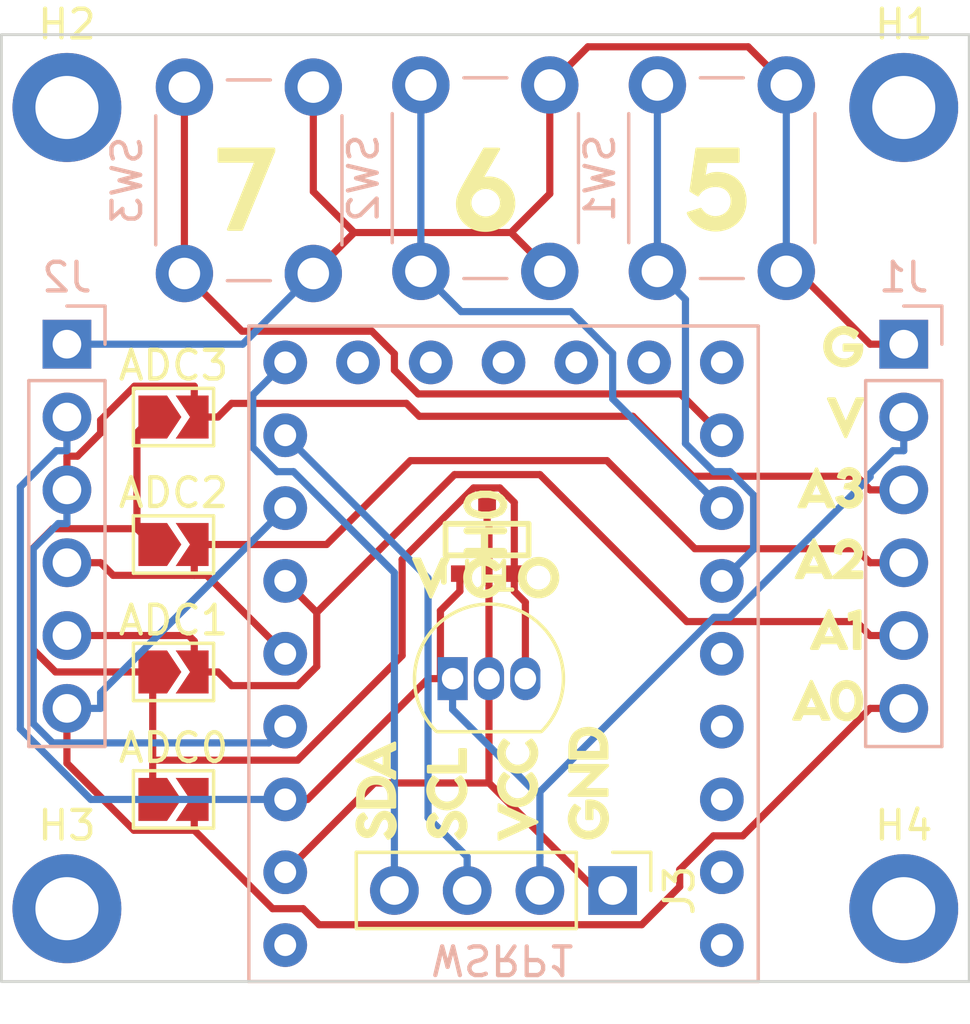
<source format=kicad_pcb>
(kicad_pcb (version 20211014) (generator pcbnew)
  (layers (0 "F.Cu" signal) (31 "B.Cu" signal) (34 "B.Paste" user) (35 "F.Paste" user) (36 "B.SilkS" user "B.Silkscreen") (37 "F.SilkS" user "F.Silkscreen") (38 "B.Mask" user) (39 "F.Mask" user) (44 "Edge.Cuts" user))
  (net 0 "")
  (net 1 "Net-(H0-Pad1)")
  (net 2 "Net-(H0-Pad2)")
  (net 3 "Net-(H0-Pad3)")
  (net 4 "Net-(J1-Pad3)")
  (net 5 "Net-(J1-Pad4)")
  (net 6 "Net-(J1-Pad5)")
  (net 7 "Net-(J1-Pad6)")
  (net 13 "Net-(J1-Pad1)")
  (net 14 "Net-(WSRP1-Pad5)")
  (net 15 "Net-(WSRP1-Pad6)")
  (net 22 "Net-(WSRP1-Pad15)")
  (net 23 "Net-(WSRP1-Pad14)")
  (net 25 "Net-(WSRP1-Pad7)")
  (footprint "Jumper:SolderJumper-2_P1.3mm_Open_TrianglePad1.0x1.5mm" (layer "F.Cu") (at 178.98 85.725)
    (fp_text reference "ADC3")
    (fp_text value "SolderJumper_2_Open" hide)
  )
  (footprint "Connector_PinHeader_2.54mm:PinHeader_1x04_P2.54mm_Vertical" (layer "F.Cu") (at 194.31 102.235 -90)
    (fp_text reference "J3")
    (fp_text value "Conn_01x04")
  )
  (footprint "KiCad:SOTFL95P240X88-3N" (layer "F.Cu") (at 189.926 89.998 90)
    (fp_text reference "H0")
    (fp_text value "TCS40DLR,LF" hide)
  )
  (footprint "MountingHole:MountingHole_2.2mm_M2_DIN965_Pad" (layer "F.Cu") (at 204.47 102.87)
    (fp_text reference "H4")
    (fp_text value "MountingHole" hide)
  )
  (footprint "Package_TO_SOT_THT:TO-92_Inline" (layer "F.Cu") (at 188.722 94.848)
    (fp_text reference "U1")
    (fp_text value "DRV5033AJxLPG")
  )
  (footprint "MountingHole:MountingHole_2.2mm_M2_DIN965_Pad" (layer "F.Cu") (at 175.26 74.93)
    (fp_text reference "H2")
    (fp_text value "MountingHole" hide)
  )
  (footprint "MountingHole:MountingHole_2.2mm_M2_DIN965_Pad" (layer "F.Cu") (at 204.47 74.93)
    (fp_text reference "H1")
    (fp_text value "MountingHole" hide)
  )
  (footprint "MountingHole:MountingHole_2.2mm_M2_DIN965_Pad" (layer "F.Cu") (at 175.26 102.87)
    (fp_text reference "H3")
    (fp_text value "MountingHole" hide)
  )
  (footprint "Jumper:SolderJumper-2_P1.3mm_Open_TrianglePad1.0x1.5mm" (layer "F.Cu") (at 178.98 99.06)
    (fp_text reference "ADC0")
    (fp_text value "SolderJumper_2_Open" hide)
  )
  (footprint "Jumper:SolderJumper-2_P1.3mm_Open_TrianglePad1.0x1.5mm" (layer "F.Cu") (at 178.98 90.17)
    (fp_text reference "ADC2")
    (fp_text value "SolderJumper_2_Open" hide)
  )
  (footprint "Jumper:SolderJumper-2_P1.3mm_Open_TrianglePad1.0x1.5mm" (layer "F.Cu") (at 178.98 94.615)
    (fp_text reference "ADC1")
    (fp_text value "SolderJumper_2_Open" hide)
  )
  (footprint "Connector_PinHeader_2.54mm:PinHeader_1x06_P2.54mm_Vertical" (layer "B.Cu") (at 175.26 83.185 180)
    (fp_text reference "J2")
    (fp_text value "Conn_01x06_MountingPin" hide)
  )
  (footprint "Button_Switch_THT:SW_PUSH_6mm" (layer "B.Cu") (at 187.615 74.145 -90)
    (fp_text reference "SW2")
    (fp_text value "SW_SPST")
  )
  (footprint "Button_Switch_THT:SW_PUSH_6mm" (layer "B.Cu") (at 179.36 74.22 -90)
    (fp_text reference "SW3")
    (fp_text value "SW_SPST")
  )
  (footprint "Button_Switch_THT:SW_PUSH_6mm" (layer "B.Cu") (at 195.87 74.145 -90)
    (fp_text reference "SW1")
    (fp_text value "SW_SPST")
  )
  (footprint "Connector_PinHeader_2.54mm:PinHeader_1x06_P2.54mm_Vertical" (layer "B.Cu") (at 204.47 83.185 180)
    (fp_text reference "J1")
    (fp_text value "Conn_01x06_MountingPin" hide)
  )
  (footprint "00TTXfootprint:WSRP2040" (layer "B.Cu") (at 190.5 104.14)
    (fp_text reference "WSRP1")
    (fp_text value "WSrp2040")
  )
  (gr_poly (pts (xy 189.174422 98.104849) (xy 187.873025 98.104849) (xy 187.873025 97.900589) (xy 188.971223 97.900589) (xy 188.971223 97.319919) (xy 189.174422 97.319919)) (layer "F.SilkS") (width 0.1) (fill solid))
  (gr_poly (pts (xy 203.008248 88.46978) (xy 203.008245 88.469608) (xy 203.00825 88.469429)) (layer "F.SilkS") (width 0.1) (fill solid))
  (gr_poly (pts (xy 188.971223 97.319919) (xy 188.97087 97.319919) (xy 188.971223 97.319916)) (layer "F.SilkS") (width 0.1) (fill solid))
  (gr_poly (pts (xy 188.524253 99.392488) (xy 188.523902 99.39249) (xy 188.524114 99.392485)) (layer "F.SilkS") (width 0.1) (fill solid))
  (gr_poly (pts (xy 198.690604 76.815416) (xy 197.577943 76.815416) (xy 197.489396 77.392913) (xy 197.514211 77.371292) (xy 197.539701 77.351381) (xy 197.565853 77.333136) (xy 197.592655 77.316514) (xy 197.620097 77.301471) (xy 197.648165 77.287964) (xy 197.676848 77.275949) (xy 197.706134 77.265383) (xy 197.736011 77.256223) (xy 197.766468 77.248425) (xy 197.797492 77.241946) (xy 197.829071 77.236742) (xy 197.861194 77.23277) (xy 197.893849 77.229987) (xy 197.927024 77.228349) (xy 197.960707 77.227813) (xy 198.015675 77.229017) (xy 198.069368 77.232596) (xy 198.121755 77.2385) (xy 198.172806 77.24668) (xy 198.222488 77.257086) (xy 198.270772 77.269668) (xy 198.317627 77.284377) (xy 198.363022 77.301163) (xy 198.406926 77.319976) (xy 198.449309 77.340767) (xy 198.490139 77.363485) (xy 198.529385 77.388082) (xy 198.567018 77.414507) (xy 198.603005 77.442712) (xy 198.637317 77.472645) (xy 198.669923 77.504258) (xy 198.700791 77.537501) (xy 198.72989 77.572324) (xy 198.757191 77.608678) (xy 198.782662 77.646512) (xy 198.806273 77.685778) (xy 198.827992 77.726425) (xy 198.847788 77.768404) (xy 198.865632 77.811665) (xy 198.881492 77.856159) (xy 198.895337 77.901836) (xy 198.907137 77.948645) (xy 198.91686 77.996538) (xy 198.924477 78.045465) (xy 198.929955 78.095376) (xy 198.933265 78.146221) (xy 198.934375 78.197952) (xy 198.934371 78.197953) (xy 198.933032 78.253299) (xy 198.929058 78.307525) (xy 198.922515 78.360589) (xy 198.913467 78.412448) (xy 198.901979 78.463062) (xy 198.888115 78.512388) (xy 198.871942 78.560384) (xy 198.853524 78.60701) (xy 198.832926 78.652222) (xy 198.810212 78.69598) (xy 198.785447 78.738242) (xy 198.758698 78.778965) (xy 198.730028 78.818109) (xy 198.699502 78.855632) (xy 198.667185 78.891491) (xy 198.633143 78.925645) (xy 198.597439 78.958053) (xy 198.56014 78.988672) (xy 198.52131 79.017461) (xy 198.481014 79.044378) (xy 198.439316 79.069382) (xy 198.396282 79.09243) (xy 198.351977 79.113481) (xy 198.306465 79.132494) (xy 198.259812 79.149426) (xy 198.212082 79.164236) (xy 198.16334 79.176882) (xy 198.113652 79.187322) (xy 198.063082 79.195515) (xy 198.011695 79.201418) (xy 197.959556 79.204991) (xy 197.906729 79.206191) (xy 197.829732 79.203489) (xy 197.753472 79.195487) (xy 197.678275 79.182342) (xy 197.604465 79.164211) (xy 197.532366 79.141251) (xy 197.462303 79.11362) (xy 197.394601 79.081475) (xy 197.329584 79.044972) (xy 197.267577 79.004269) (xy 197.208904 78.959523) (xy 197.15389 78.91089) (xy 197.102859 78.858529) (xy 197.056135 78.802596) (xy 197.014044 78.743248) (xy 196.97691 78.680642) (xy 196.945058 78.614936) (xy 197.379681 78.477705) (xy 197.388882 78.49384) (xy 197.398804 78.509627) (xy 197.409418 78.525055) (xy 197.420695 78.540115) (xy 197.432606 78.554794) (xy 197.445121 78.569082) (xy 197.458212 78.582968) (xy 197.47185 78.596443) (xy 197.486004 78.609493) (xy 197.500647 78.62211) (xy 197.531281 78.645999) (xy 197.563518 78.668022) (xy 197.597125 78.688093) (xy 197.631868 78.706126) (xy 197.667516 78.722035) (xy 197.703834 78.735733) (xy 197.740589 78.747134) (xy 197.77755 78.756151) (xy 197.814482 78.762699) (xy 197.832864 78.76502) (xy 197.851152 78.766692) (xy 197.869316 78.767702) (xy 197.887328 78.768041) (xy 197.940341 78.765743) (xy 197.993484 78.758868) (xy 198.046267 78.747443) (xy 198.098201 78.731496) (xy 198.123696 78.721836) (xy 198.148795 78.711055) (xy 198.173437 78.699159) (xy 198.19756 78.686149) (xy 198.221103 78.67203) (xy 198.244006 78.656804) (xy 198.266206 78.640477) (xy 198.287642 78.62305) (xy 198.308254 78.604528) (xy 198.32798 78.584913) (xy 198.346758 78.56421) (xy 198.364528 78.542422) (xy 198.381229 78.519553) (xy 198.396798 78.495605) (xy 198.411175 78.470583) (xy 198.424299 78.444489) (xy 198.436108 78.417328) (xy 198.446542 78.389103) (xy 198.455538 78.359817) (xy 198.463036 78.329474) (xy 198.468974 78.298077) (xy 198.473291 78.26563) (xy 198.475927 78.232137) (xy 198.476819 78.1976) (xy 198.476134 78.167112) (xy 198.474097 78.137308) (xy 198.470729 78.108207) (xy 198.466054 78.079827) (xy 198.460096 78.052187) (xy 198.452878 78.025306) (xy 198.444424 77.999203) (xy 198.434756 77.973895) (xy 198.423897 77.949401) (xy 198.411872 77.92574) (xy 198.398704 77.902931) (xy 198.384415 77.880993) (xy 198.36903 77.859943) (xy 198.352571 77.8398) (xy 198.335062 77.820584) (xy 198.316526 77.802312) (xy 198.296986 77.785004) (xy 198.276466 77.768677) (xy 198.254989 77.753351) (xy 198.232579 77.739044) (xy 198.209258 77.725774) (xy 198.185051 77.713561) (xy 198.159979 77.702423) (xy 198.134068 77.692378) (xy 198.107339 77.683445) (xy 198.079817 77.675643) (xy 198.051524 77.66899) (xy 198.022485 77.663505) (xy 197.992721 77.659207) (xy 197.962257 77.656113) (xy 197.931116 77.654244) (xy 197.899321 77.653616) (xy 197.852318 77.655088) (xy 197.805389 77.659452) (xy 197.758766 77.666634) (xy 197.71268 77.676558) (xy 197.667363 77.689148) (xy 197.623047 77.704329) (xy 197.579962 77.722026) (xy 197.538342 77.742163) (xy 197.498416 77.764665) (xy 197.460416 77.789456) (xy 197.424575 77.816461) (xy 197.391123 77.845604) (xy 197.360292 77.876811) (xy 197.332314 77.910004) (xy 197.30742 77.94511) (xy 197.285842 77.982052) (xy 197.038899 77.834238) (xy 197.245978 76.377266) (xy 198.690604 76.377266)) (layer "F.SilkS") (width 0.1) (fill solid))
  (gr_poly (pts (xy 201.948506 91.327635) (xy 201.727315 91.327635) (xy 201.638415 91.129726) (xy 201.022814 91.129726) (xy 200.933915 91.327635) (xy 200.712723 91.327635) (xy 200.884577 90.954395) (xy 201.102189 90.954395) (xy 201.559392 90.954395) (xy 201.331143 90.445688) (xy 201.102189 90.954395) (xy 200.884577 90.954395) (xy 201.324441 89.999075) (xy 201.336789 89.999075)) (layer "F.SilkS") (width 0.1) (fill solid))
  (gr_poly (pts (xy 194.13589 97.883304) (xy 193.266291 98.71586) (xy 194.114722 98.71586) (xy 194.114722 98.92012) (xy 192.78863 98.92012) (xy 192.78863 98.909536) (xy 193.656817 98.079098) (xy 192.808387 98.079098) (xy 192.808387 97.873779) (xy 194.13589 97.873779)) (layer "F.SilkS") (width 0.1) (fill solid))
  (gr_poly (pts (xy 191.489282 97.005062) (xy 191.50899 97.027166) (xy 191.527929 97.050063) (xy 191.546011 97.073779) (xy 191.563148 97.098342) (xy 191.579253 97.123781) (xy 191.594239 97.150123) (xy 191.608018 97.177396) (xy 191.620503 97.205629) (xy 191.631606 97.234848) (xy 191.641241 97.265082) (xy 191.649321 97.296359) (xy 191.655756 97.328707) (xy 191.660461 97.362154) (xy 191.663348 97.396727) (xy 191.66433 97.432455) (xy 191.663449 97.466857) (xy 191.660833 97.500844) (xy 191.656528 97.534373) (xy 191.650577 97.567398) (xy 191.643023 97.599875) (xy 191.633911 97.63176) (xy 191.623284 97.663009) (xy 191.611187 97.693576) (xy 191.597663 97.723418) (xy 191.582756 97.75249) (xy 191.566511 97.780748) (xy 191.548969 97.808147) (xy 191.530177 97.834642) (xy 191.510177 97.86019) (xy 191.489013 97.884745) (xy 191.46673 97.908264) (xy 191.443371 97.930702) (xy 191.418979 97.952014) (xy 191.3936 97.972156) (xy 191.367276 97.991084) (xy 191.340052 98.008753) (xy 191.311971 98.025119) (xy 191.283077 98.040137) (xy 191.253415 98.053763) (xy 191.223027 98.065952) (xy 191.191959 98.07666) (xy 191.160253 98.085843) (xy 191.127953 98.093456) (xy 191.095104 98.099454) (xy 191.06175 98.103794) (xy 191.027933 98.10643) (xy 190.993699 98.107319) (xy 190.993697 98.107317) (xy 190.959482 98.106428) (xy 190.925661 98.103793) (xy 190.892277 98.099455) (xy 190.859377 98.09346) (xy 190.827006 98.085853) (xy 190.79521 98.076679) (xy 190.764034 98.065983) (xy 190.733524 98.053811) (xy 190.703724 98.040206) (xy 190.674681 98.025214) (xy 190.646441 98.00888) (xy 190.619047 97.99125) (xy 190.592547 97.972368) (xy 190.566985 97.952278) (xy 190.542407 97.931027) (xy 190.518858 97.90866) (xy 190.496385 97.88522) (xy 190.475031 97.860754) (xy 190.454844 97.835306) (xy 190.435867 97.808921) (xy 190.418148 97.781644) (xy 190.401731 97.753521) (xy 190.386661 97.724597) (xy 190.372985 97.694915) (xy 190.360747 97.664522) (xy 190.349993 97.633463) (xy 190.34077 97.601782) (xy 190.333121 97.569524) (xy 190.327092 97.536735) (xy 190.32273 97.503459) (xy 190.32008 97.469742) (xy 190.319186 97.435629) (xy 190.320517 97.404106) (xy 190.323437 97.372919) (xy 190.327922 97.342089) (xy 190.333948 97.311639) (xy 190.341491 97.28159) (xy 190.350527 97.251963) (xy 190.361033 97.222781) (xy 190.372985 97.194065) (xy 190.386359 97.165837) (xy 190.401131 97.138118) (xy 190.417278 97.11093) (xy 190.434776 97.084296) (xy 190.453601 97.058236) (xy 190.473729 97.032772) (xy 190.495137 97.007927) (xy 190.5178 96.983721) (xy 190.678315 97.102253) (xy 190.661612 97.119703) (xy 190.645665 97.13777) (xy 190.630518 97.156426) (xy 190.616215 97.175643) (xy 190.602801 97.195393) (xy 190.59032 97.215649) (xy 190.578817 97.236382) (xy 190.568336 97.257564) (xy 190.558922 97.279169) (xy 190.550618 97.301167) (xy 190.543471 97.323531) (xy 190.537523 97.346232) (xy 190.532819 97.369244) (xy 190.529405 97.392538) (xy 190.527323 97.416087) (xy 190.52662 97.439861) (xy 190.527221 97.461917) (xy 190.529005 97.483874) (xy 190.531945 97.505692) (xy 190.536012 97.527332) (xy 190.541178 97.548755) (xy 190.547416 97.56992) (xy 190.554697 97.590789) (xy 190.562994 97.611323) (xy 190.572279 97.631481) (xy 190.582523 97.651224) (xy 190.593698 97.670514) (xy 190.605778 97.68931) (xy 190.618733 97.707573) (xy 190.632535 97.725265) (xy 190.647158 97.742344) (xy 190.662572 97.758773) (xy 190.67875 97.774511) (xy 190.695663 97.789519) (xy 190.713285 97.803758) (xy 190.731586 97.817189) (xy 190.750539 97.829772) (xy 190.770117 97.841467) (xy 190.79029 97.852235) (xy 190.811031 97.862037) (xy 190.832312 97.870834) (xy 190.854105 97.878585) (xy 190.876383 97.885252) (xy 190.899116 97.890795) (xy 190.922278 97.895175) (xy 190.94584 97.898353) (xy 190.969773 97.900288) (xy 190.994052 97.900942) (xy 191.018478 97.90028) (xy 191.042527 97.898321) (xy 191.066172 97.895107) (xy 191.089387 97.890678) (xy 191.112147 97.885075) (xy 191.134424 97.878338) (xy 191.156194 97.870509) (xy 191.17743 97.861629) (xy 191.198105 97.851738) (xy 191.218194 97.840876) (xy 191.237671 97.829086) (xy 191.25651 97.816407) (xy 191.274683 97.802881) (xy 191.292167 97.788548) (xy 191.308933 97.773449) (xy 191.324957 97.757625) (xy 191.340211 97.741118) (xy 191.354671 97.723966) (xy 191.368309 97.706212) (xy 191.381101 97.687897) (xy 191.393018 97.66906) (xy 191.404037 97.649744) (xy 191.41413 97.629988) (xy 191.423271 97.609834) (xy 191.431435 97.589322) (xy 191.438594 97.568494) (xy 191.444724 97.547389) (xy 191.449798 97.52605) (xy 191.45379 97.504516) (xy 191.456674 97.482829) (xy 191.458423 97.461029) (xy 191.459012 97.439157) (xy 191.458245 97.414375) (xy 191.455989 97.39004) (xy 191.452308 97.366161) (xy 191.447265 97.342749) (xy 191.440927 97.319813) (xy 191.433358 97.297361) (xy 191.424621 97.275403) (xy 191.414782 97.253948) (xy 191.403906 97.233006) (xy 191.392056 97.212586) (xy 191.379298 97.192697) (xy 191.365697 97.173349) (xy 191.351316 97.154551) (xy 191.33622 97.136312) (xy 191.320474 97.118642) (xy 191.304143 97.101549) (xy 191.46889 96.983721)) (layer "F.SilkS") (width 0.1) (fill solid))
  (gr_poly (pts (xy 202.411663 82.596724) (xy 202.443079 82.599555) (xy 202.474778 82.604117) (xy 202.506633 82.610352) (xy 202.538517 82.618204) (xy 202.570302 82.627615) (xy 202.601863 82.638529) (xy 202.633071 82.650889) (xy 202.663799 82.664638) (xy 202.693921 82.679719) (xy 202.723309 82.696075) (xy 202.751836 82.71365) (xy 202.779375 82.732387) (xy 202.805799 82.752228) (xy 202.83098 82.773118) (xy 202.854792 82.794998) (xy 202.740845 82.964331) (xy 202.721386 82.94599) (xy 202.701157 82.928562) (xy 202.680233 82.912086) (xy 202.658687 82.896597) (xy 202.636593 82.882134) (xy 202.614025 82.868733) (xy 202.591057 82.856432) (xy 202.567764 82.845268) (xy 202.544218 82.835278) (xy 202.520493 82.826499) (xy 202.496665 82.818969) (xy 202.472806 82.812724) (xy 202.44899 82.807802) (xy 202.425292 82.804241) (xy 202.401785 82.802076) (xy 202.378543 82.801347) (xy 202.356328 82.801925) (xy 202.334227 82.803643) (xy 202.312279 82.806479) (xy 202.29052 82.810408) (xy 202.268992 82.815408) (xy 202.247732 82.821455) (xy 202.22678 82.828526) (xy 202.206173 82.836597) (xy 202.185952 82.845645) (xy 202.166154 82.855648) (xy 202.146819 82.866581) (xy 202.127986 82.878421) (xy 202.109693 82.891145) (xy 202.091978 82.90473) (xy 202.074882 82.919152) (xy 202.058443 82.934388) (xy 202.042699 82.950415) (xy 202.027689 82.967209) (xy 202.013453 82.984747) (xy 202.000028 83.003005) (xy 201.987455 83.021961) (xy 201.975771 83.041592) (xy 201.965016 83.061872) (xy 201.955228 83.082781) (xy 201.946446 83.104293) (xy 201.938709 83.126386) (xy 201.932056 83.149037) (xy 201.926525 83.172221) (xy 201.922156 83.195917) (xy 201.918987 83.2201) (xy 201.917057 83.244747) (xy 201.916405 83.269835) (xy 201.916995 83.29361) (xy 201.918747 83.317089) (xy 201.92164 83.340244) (xy 201.925649 83.363044) (xy 201.930752 83.385458) (xy 201.936925 83.407457) (xy 201.944145 83.429011) (xy 201.952389 83.450088) (xy 201.961633 83.47066) (xy 201.971854 83.490696) (xy 201.983029 83.510165) (xy 201.995135 83.529038) (xy 202.008149 83.547285) (xy 202.022046 83.564874) (xy 202.036805 83.581777) (xy 202.052401 83.597963) (xy 202.068811 83.613401) (xy 202.086013 83.628062) (xy 202.103983 83.641916) (xy 202.122697 83.654932) (xy 202.142133 83.667079) (xy 202.162267 83.678329) (xy 202.183075 83.688651) (xy 202.204536 83.698014) (xy 202.226625 83.706388) (xy 202.249319 83.713744) (xy 202.272594 83.720051) (xy 202.296429 83.725279) (xy 202.320799 83.729398) (xy 202.34568 83.732377) (xy 202.371051 83.734186) (xy 202.396888 83.734796) (xy 202.417688 83.734399) (xy 202.43814 83.733215) (xy 202.458222 83.731258) (xy 202.477914 83.728542) (xy 202.497196 83.725081) (xy 202.516047 83.720888) (xy 202.534447 83.715977) (xy 202.552375 83.710361) (xy 202.569812 83.704054) (xy 202.586736 83.69707) (xy 202.603127 83.689423) (xy 202.618965 83.681125) (xy 202.63423 83.672191) (xy 202.6489 83.662634) (xy 202.662956 83.652469) (xy 202.676377 83.641707) (xy 202.689143 83.630364) (xy 202.701233 83.618452) (xy 202.712627 83.605986) (xy 202.723305 83.592979) (xy 202.733245 83.579445) (xy 202.742429 83.565396) (xy 202.750834 83.550848) (xy 202.758442 83.535813) (xy 202.765231 83.520306) (xy 202.771181 83.504339) (xy 202.776271 83.487927) (xy 202.780482 83.471082) (xy 202.783793 83.45382) (xy 202.786183 83.436152) (xy 202.787632 83.418094) (xy 202.788119 83.399658) (xy 202.788119 83.395424) (xy 202.385247 83.395424) (xy 202.385247 83.208099) (xy 203.001199 83.208099) (xy 203.002469 83.219498) (xy 203.003624 83.231421) (xy 203.004647 83.2438) (xy 203.00552 83.256563) (xy 203.006228 83.26964) (xy 203.006754 83.28296) (xy 203.007082 83.296455) (xy 203.007195 83.310053) (xy 203.007544 83.310055) (xy 203.006727 83.345882) (xy 203.004304 83.380855) (xy 203.000315 83.414957) (xy 202.994802 83.448167) (xy 202.987806 83.480468) (xy 202.979367 83.511841) (xy 202.969527 83.542267) (xy 202.958327 83.571727) (xy 202.945807 83.600204) (xy 202.932009 83.627678) (xy 202.916973 83.654132) (xy 202.900742 83.679545) (xy 202.883355 83.7039) (xy 202.864854 83.727178) (xy 202.84528 83.749361) (xy 202.824674 83.770429) (xy 202.803076 83.790365) (xy 202.780529 83.809149) (xy 202.757072 83.826764) (xy 202.732747 83.84319) (xy 202.707595 83.858408) (xy 202.681657 83.872401) (xy 202.654974 83.88515) (xy 202.627587 83.896635) (xy 202.599537 83.906839) (xy 202.570865 83.915743) (xy 202.541612 83.923328) (xy 202.511819 83.929576) (xy 202.481527 83.934467) (xy 202.450777 83.937985) (xy 202.419611 83.940108) (xy 202.388068 83.940821) (xy 202.352816 83.939943) (xy 202.318062 83.937339) (xy 202.283846 83.933052) (xy 202.250209 83.927124) (xy 202.217192 83.919599) (xy 202.184835 83.91052) (xy 202.15318 83.89993) (xy 202.122267 83.887871) (xy 202.092137 83.874387) (xy 202.06283 83.859521) (xy 202.034388 83.843315) (xy 202.006851 83.825814) (xy 201.98026 83.807059) (xy 201.954656 83.787094) (xy 201.930079 83.765962) (xy 201.906571 83.743706) (xy 201.884171 83.720369) (xy 201.862921 83.695994) (xy 201.842862 83.670623) (xy 201.824033 83.644301) (xy 201.806477 83.61707) (xy 201.790234 83.588973) (xy 201.775344 83.560053) (xy 201.761848 83.530352) (xy 201.749788 83.499916) (xy 201.739203 83.468785) (xy 201.730135 83.437003) (xy 201.722624 83.404613) (xy 201.716712 83.371659) (xy 201.712438 83.338183) (xy 201.709844 83.304228) (xy 201.70897 83.269837) (xy 201.709846 83.235437) (xy 201.712448 83.201456) (xy 201.716731 83.167937) (xy 201.722653 83.134924) (xy 201.730172 83.102463) (xy 201.739245 83.070596) (xy 201.749829 83.039369) (xy 201.761881 83.008826) (xy 201.775359 82.979009) (xy 201.79022 82.949965) (xy 201.806422 82.921737) (xy 201.823921 82.894369) (xy 201.842675 82.867905) (xy 201.862642 82.842389) (xy 201.883778 82.817867) (xy 201.906041 82.794381) (xy 201.929388 82.771976) (xy 201.953776 82.750697) (xy 201.979163 82.730587) (xy 202.005507 82.71169) (xy 202.032763 82.694052) (xy 202.060891 82.677715) (xy 202.089846 82.662725) (xy 202.119587 82.649125) (xy 202.15007 82.636959) (xy 202.181253 82.626273) (xy 202.213093 82.617109) (xy 202.245548 82.609512) (xy 202.278575 82.603526) (xy 202.31213 82.599196) (xy 202.346172 82.596566) (xy 202.380658 82.595679)) (layer "F.SilkS") (width 0.1) (fill solid))
  (gr_poly (pts (xy 202.481555 93.797077) (xy 202.260363 93.797077) (xy 202.171465 93.599171) (xy 201.555863 93.599171) (xy 201.466964 93.797077) (xy 201.245772 93.797077) (xy 201.336921 93.599169) (xy 202.171464 93.599169) (xy 202.171465 93.599171) (xy 202.171813 93.599171) (xy 202.171464 93.599169) (xy 201.336921 93.599169) (xy 201.41767 93.423839) (xy 201.635237 93.423839) (xy 202.092791 93.423839) (xy 201.86419 92.915485) (xy 201.635237 93.423839) (xy 201.41767 93.423839) (xy 201.857489 92.46887) (xy 201.869838 92.46887)) (layer "F.SilkS") (width 0.1) (fill solid))
  (gr_poly (pts (xy 187.962633 91.55553) (xy 188.352099 90.674644) (xy 188.570467 90.674644) (xy 187.969687 92.002851) (xy 187.956282 92.002851) (xy 187.357971 90.674644) (xy 187.57493 90.674644)) (layer "F.SilkS") (width 0.1) (fill solid))
  (gr_poly (pts (xy 202.582099 87.519475) (xy 202.600948 87.520754) (xy 202.619565 87.522864) (xy 202.637924 87.525789) (xy 202.655998 87.52951) (xy 202.673761 87.534011) (xy 202.691188 87.539274) (xy 202.708252 87.545282) (xy 202.724926 87.552018) (xy 202.741185 87.559464) (xy 202.757003 87.567603) (xy 202.772353 87.576417) (xy 202.787209 87.58589) (xy 202.801546 87.596004) (xy 202.815336 87.606742) (xy 202.828554 87.618086) (xy 202.841174 87.630019) (xy 202.853169 87.642525) (xy 202.864513 87.655584) (xy 202.875181 87.669181) (xy 202.885145 87.683297) (xy 202.89438 87.697917) (xy 202.90286 87.713021) (xy 202.910558 87.728593) (xy 202.917449 87.744616) (xy 202.923505 87.761073) (xy 202.928702 87.777945) (xy 202.933012 87.795216) (xy 202.93641 87.812868) (xy 202.93887 87.830885) (xy 202.940365 87.849248) (xy 202.940869 87.867941) (xy 202.939987 87.892174) (xy 202.937397 87.915511) (xy 202.933188 87.937923) (xy 202.927447 87.959382) (xy 202.920261 87.979858) (xy 202.911717 87.999325) (xy 202.901903 88.017752) (xy 202.890907 88.035113) (xy 202.878814 88.051378) (xy 202.865714 88.066519) (xy 202.851692 88.080508) (xy 202.836837 88.093316) (xy 202.821236 88.104915) (xy 202.804976 88.115276) (xy 202.788145 88.124371) (xy 202.770829 88.132172) (xy 202.795703 88.141966) (xy 202.819722 88.153233) (xy 202.842781 88.165978) (xy 202.864778 88.18021) (xy 202.875346 88.187886) (xy 202.885609 88.195936) (xy 202.895556 88.204362) (xy 202.905171 88.213165) (xy 202.914444 88.222345) (xy 202.923361 88.231904) (xy 202.931908 88.241842) (xy 202.940074 88.25216) (xy 202.947845 88.26286) (xy 202.955208 88.273942) (xy 202.962151 88.285408) (xy 202.96866 88.297257) (xy 202.974723 88.309492) (xy 202.980326 88.322113) (xy 202.985457 88.335122) (xy 202.990102 88.348518) (xy 202.99425 88.362304) (xy 202.997886 88.37648) (xy 203.000998 88.391046) (xy 203.003574 88.406005) (xy 203.005599 88.421357) (xy 203.007062 88.437103) (xy 203.007949 88.453243) (xy 203.008245 88.469608) (xy 203.007691 88.489418) (xy 203.006031 88.509214) (xy 203.003295 88.528789) (xy 202.999508 88.548114) (xy 202.994696 88.56716) (xy 202.988884 88.585897) (xy 202.982097 88.604297) (xy 202.974361 88.62233) (xy 202.965702 88.639969) (xy 202.956143 88.657183) (xy 202.945711 88.673943) (xy 202.934432 88.690221) (xy 202.922329 88.705988) (xy 202.909429 88.721215) (xy 202.895757 88.735872) (xy 202.881339 88.749931) (xy 202.866199 88.763363) (xy 202.850363 88.776138) (xy 202.833856 88.788227) (xy 202.816704 88.799603) (xy 202.798931 88.810235) (xy 202.780564 88.820095) (xy 202.761627 88.829153) (xy 202.742146 88.837381) (xy 202.722147 88.84475) (xy 202.701654 88.85123) (xy 202.680692 88.856793) (xy 202.659288 88.861409) (xy 202.637466 88.86505) (xy 202.615252 88.867687) (xy 202.592671 88.86929) (xy 202.569749 88.869831) (xy 202.550045 88.869416) (xy 202.530504 88.868183) (xy 202.511146 88.866152) (xy 202.491994 88.863342) (xy 202.454395 88.855464) (xy 202.417878 88.844707) (xy 202.382619 88.831225) (xy 202.348789 88.815174) (xy 202.316564 88.796711) (xy 202.286116 88.775993) (xy 202.25762 88.753173) (xy 202.231248 88.72841) (xy 202.207175 88.701859) (xy 202.185574 88.673676) (xy 202.16662 88.644017) (xy 202.150484 88.613038) (xy 202.143528 88.597102) (xy 202.137342 88.580895) (xy 202.131947 88.564436) (xy 202.127366 88.547745) (xy 202.327391 88.496944) (xy 202.329864 88.506095) (xy 202.332775 88.515086) (xy 202.336112 88.523909) (xy 202.339865 88.532555) (xy 202.34402 88.541016) (xy 202.348566 88.549283) (xy 202.353491 88.557348) (xy 202.358783 88.565201) (xy 202.36443 88.572836) (xy 202.37042 88.580241) (xy 202.376741 88.58741) (xy 202.383381 88.594334) (xy 202.390329 88.601004) (xy 202.397572 88.607411) (xy 202.405098 88.613547) (xy 202.412895 88.619403) (xy 202.420952 88.624971) (xy 202.429256 88.630242) (xy 202.437796 88.635207) (xy 202.44656 88.639858) (xy 202.455535 88.644187) (xy 202.46471 88.648184) (xy 202.474072 88.651841) (xy 202.48361 88.65515) (xy 202.493313 88.658102) (xy 202.503167 88.660688) (xy 202.51316 88.662899) (xy 202.523282 88.664728) (xy 202.53352 88.666165) (xy 202.543862 88.667203) (xy 202.554296 88.667832) (xy 202.56481 88.668043) (xy 202.577659 88.667745) (xy 202.590266 88.666863) (xy 202.602622 88.665414) (xy 202.614716 88.663416) (xy 202.626536 88.660886) (xy 202.638072 88.657841) (xy 202.649313 88.654299) (xy 202.660247 88.650277) (xy 202.670864 88.645793) (xy 202.681153 88.640863) (xy 202.691103 88.635506) (xy 202.700702 88.629738) (xy 202.70994 88.623577) (xy 202.718806 88.617041) (xy 202.727289 88.610147) (xy 202.735377 88.602911) (xy 202.743061 88.595352) (xy 202.750328 88.587487) (xy 202.757168 88.579333) (xy 202.76357 88.570908) (xy 202.769523 88.562229) (xy 202.775016 88.553313) (xy 202.780038 88.544178) (xy 202.784578 88.534842) (xy 202.788625 88.52532) (xy 202.792168 88.515632) (xy 202.795196 88.505794) (xy 202.797698 88.495823) (xy 202.799663 88.485738) (xy 202.801081 88.475555) (xy 202.801939 88.465292) (xy 202.802228 88.454965) (xy 202.801762 88.440289) (xy 202.800378 88.425963) (xy 202.798092 88.411995) (xy 202.794923 88.398395) (xy 202.790886 88.385169) (xy 202.786001 88.372325) (xy 202.780283 88.359871) (xy 202.773752 88.347814) (xy 202.766423 88.336164) (xy 202.758316 88.324927) (xy 202.749446 88.314111) (xy 202.739831 88.303725) (xy 202.72949 88.293775) (xy 202.718439 88.28427) (xy 202.706696 88.275218) (xy 202.694278 88.266626) (xy 202.681202 88.258502) (xy 202.667487 88.250854) (xy 202.653149 88.24369) (xy 202.638207 88.237018) (xy 202.622676 88.230845) (xy 202.606576 88.225179) (xy 202.589923 88.220029) (xy 202.572735 88.215401) (xy 202.555029 88.211304) (xy 202.536822 88.207746) (xy 202.518133 88.204734) (xy 202.498978 88.202276) (xy 202.479375 88.20038) (xy 202.459342 88.199054) (xy 202.438896 88.198306) (xy 202.418053 88.198143) (xy 202.450158 88.078903) (xy 202.478311 88.078057) (xy 202.505903 88.075541) (xy 202.53276 88.071387) (xy 202.558709 88.06563) (xy 202.583577 88.058301) (xy 202.60719 88.049435) (xy 202.629377 88.039064) (xy 202.649962 88.027221) (xy 202.668775 88.01394) (xy 202.677462 88.00677) (xy 202.68564 87.999253) (xy 202.693289 87.991392) (xy 202.700386 87.983193) (xy 202.70691 87.974659) (xy 202.712839 87.965794) (xy 202.718152 87.956603) (xy 202.722826 87.947089) (xy 202.726841 87.937256) (xy 202.730174 87.92711) (xy 202.732804 87.916653) (xy 202.73471 87.905891) (xy 202.735869 87.894827) (xy 202.73626 87.883465) (xy 202.736033 87.874553) (xy 202.735357 87.865813) (xy 202.734245 87.857254) (xy 202.732708 87.848881) (xy 202.730755 87.840703) (xy 202.7284 87.832726) (xy 202.725652 87.824958) (xy 202.722524 87.817406) (xy 202.719025 87.810078) (xy 202.715167 87.802979) (xy 202.710962 87.796119) (xy 202.70642 87.789503) (xy 202.701552 87.78314) (xy 202.69637 87.777036) (xy 202.690884 87.771199) (xy 202.685107 87.765636) (xy 202.679048 87.760353) (xy 202.672719 87.755359) (xy 202.666131 87.750661) (xy 202.659296 87.746266) (xy 202.652224 87.74218) (xy 202.644926 87.738412) (xy 202.637413 87.734969) (xy 202.629698 87.731857) (xy 202.62179 87.729084) (xy 202.613701 87.726657) (xy 202.605442 87.724584) (xy 202.597024 87.722872) (xy 202.588458 87.721527) (xy 202.579756 87.720558) (xy 202.570928 87.719971) (xy 202.561986 87.719774) (xy 202.554447 87.719938) (xy 202.546981 87.720427) (xy 202.539598 87.721234) (xy 202.532304 87.722354) (xy 202.525108 87.723779) (xy 202.518016 87.725504) (xy 202.511038 87.727522) (xy 202.504181 87.729828) (xy 202.497452 87.732415) (xy 202.49086 87.735277) (xy 202.484412 87.738408) (xy 202.478116 87.741801) (xy 202.47198 87.74545) (xy 202.466012 87.74935) (xy 202.45461 87.757874) (xy 202.449192 87.762487) (xy 202.443972 87.767325) (xy 202.43896 87.772382) (xy 202.434163 87.777652) (xy 202.429588 87.783129) (xy 202.425243 87.788806) (xy 202.421136 87.794677) (xy 202.417275 87.800737) (xy 202.413668 87.806978) (xy 202.410323 87.813396) (xy 202.407246 87.819982) (xy 202.404447 87.826732) (xy 202.401934 87.83364) (xy 202.399712 87.840698) (xy 202.397792 87.8479) (xy 202.39618 87.855242) (xy 202.186982 87.811497) (xy 202.190647 87.797032) (xy 202.194953 87.782691) (xy 202.199889 87.768495) (xy 202.205442 87.754466) (xy 202.2116 87.740627) (xy 202.218352 87.726999) (xy 202.225685 87.713605) (xy 202.233587 87.700466) (xy 202.242048 87.687604) (xy 202.251054 87.675042) (xy 202.260593 87.662802) (xy 202.270655 87.650905) (xy 202.281226 87.639374) (xy 202.292295 87.628231) (xy 202.30385 87.617497) (xy 202.315879 87.607195) (xy 202.328369 87.597346) (xy 202.34131 87.587974) (xy 202.354689 87.579099) (xy 202.368494 87.570744) (xy 202.382714 87.56293) (xy 202.397335 87.555681) (xy 202.412347 87.549018) (xy 202.427737 87.542962) (xy 202.443494 87.537536) (xy 202.459604 87.532762) (xy 202.476058 87.528663) (xy 202.492842 87.525259) (xy 202.509944 87.522573) (xy 202.527354 87.520628) (xy 202.545058 87.519444) (xy 202.563044 87.519045)) (layer "F.SilkS") (width 0.1) (fill solid))
  (gr_poly (pts (xy 202.946513 93.797081) (xy 202.742253 93.797081) (xy 202.742253 92.745802) (xy 202.566218 92.798366) (xy 202.566218 92.585289) (xy 202.886538 92.483688) (xy 202.946511 92.483688) (xy 202.946513 92.483335)) (layer "F.SilkS") (width 0.1) (fill solid))
  (gr_poly (pts (xy 182.482582 76.379383) (xy 182.482582 76.460875) (xy 181.359337 79.18185) (xy 180.896845 79.18185) (xy 181.858517 76.808361) (xy 180.566645 76.808361) (xy 180.566645 76.379031) (xy 182.482934 76.379031)) (layer "F.SilkS") (width 0.1) (fill solid))
  (gr_poly (pts (xy 201.861369 96.266521) (xy 201.640179 96.266521) (xy 201.55128 96.068615) (xy 200.935677 96.068615) (xy 200.846778 96.266521) (xy 200.625588 96.266521) (xy 200.797485 95.893284) (xy 201.015053 95.893284) (xy 201.472607 95.893284) (xy 201.244006 95.38493) (xy 201.015053 95.893284) (xy 200.797485 95.893284) (xy 201.237303 94.938314) (xy 201.249654 94.938314)) (layer "F.SilkS") (width 0.1) (fill solid))
  (gr_poly (pts (xy 186.368328 99.507372) (xy 186.389251 99.509101) (xy 186.409667 99.511952) (xy 186.429562 99.515901) (xy 186.448925 99.520922) (xy 186.467745 99.526991) (xy 186.486008 99.534083) (xy 186.503703 99.542173) (xy 186.520817 99.551235) (xy 186.537339 99.561246) (xy 186.553257 99.572181) (xy 186.568558 99.584013) (xy 186.58323 99.59672) (xy 186.597262 99.610275) (xy 186.610641 99.624654) (xy 186.623355 99.639832) (xy 186.635392 99.655784) (xy 186.64674 99.672485) (xy 186.657387 99.689911) (xy 186.667321 99.708036) (xy 186.676529 99.726835) (xy 186.685 99.746285) (xy 186.692722 99.766359) (xy 186.699682 99.787034) (xy 186.705868 99.808284) (xy 186.711269 99.830083) (xy 186.715872 99.852409) (xy 186.719665 99.875235) (xy 186.722637 99.898536) (xy 186.724774 99.922289) (xy 186.726065 99.946467) (xy 186.726498 99.971046) (xy 186.725336 100.010518) (xy 186.7219 100.04873) (xy 186.716262 100.085628) (xy 186.708496 100.121159) (xy 186.698675 100.15527) (xy 186.686873 100.187908) (xy 186.673163 100.219019) (xy 186.657618 100.248551) (xy 186.640313 100.276449) (xy 186.621319 100.302661) (xy 186.600712 100.327134) (xy 186.578563 100.349814) (xy 186.554947 100.370648) (xy 186.529936 100.389583) (xy 186.503605 100.406566) (xy 186.476026 100.421543) (xy 186.476025 100.421894) (xy 186.360667 100.260321) (xy 186.370095 100.254718) (xy 186.379263 100.248828) (xy 186.388167 100.242656) (xy 186.396806 100.23621) (xy 186.405175 100.229494) (xy 186.413274 100.222516) (xy 186.421099 100.215281) (xy 186.428649 100.207795) (xy 186.435919 100.200065) (xy 186.442909 100.192097) (xy 186.449615 100.183896) (xy 186.456035 100.17547) (xy 186.462166 100.166823) (xy 186.468007 100.157963) (xy 186.473553 100.148896) (xy 186.478804 100.139626) (xy 186.483755 100.130162) (xy 186.488406 100.120508) (xy 186.492753 100.110671) (xy 186.496793 100.100658) (xy 186.500525 100.090473) (xy 186.503945 100.080124) (xy 186.507052 100.069616) (xy 186.509842 100.058956) (xy 186.512314 100.04815) (xy 186.514464 100.037204) (xy 186.51629 100.026123) (xy 186.51779 100.014915) (xy 186.518961 100.003585) (xy 186.519801 99.99214) (xy 186.520306 99.980585) (xy 186.520475 99.968927) (xy 186.519663 99.941975) (xy 186.517265 99.91596) (xy 186.513343 99.890993) (xy 186.507957 99.867184) (xy 186.501168 99.844645) (xy 186.493035 99.823486) (xy 186.48362 99.803817) (xy 186.472982 99.785748) (xy 186.461183 99.769392) (xy 186.448283 99.754857) (xy 186.441439 99.748308) (xy 186.434342 99.742255) (xy 186.427 99.736714) (xy 186.419421 99.731697) (xy 186.411611 99.727218) (xy 186.40358 99.723292) (xy 186.395333 99.719932) (xy 186.386879 99.717152) (xy 186.378225 99.714965) (xy 186.36938 99.713386) (xy 186.360349 99.712429) (xy 186.351142 99.712107) (xy 186.340002 99.712601) (xy 186.329134 99.714061) (xy 186.318531 99.716453) (xy 186.308184 99.71974) (xy 186.298087 99.72389) (xy 186.288233 99.728866) (xy 186.278613 99.734635) (xy 186.26922 99.741161) (xy 186.260048 99.748411) (xy 186.251089 99.756348) (xy 186.242335 99.76494) (xy 186.233779 99.77415) (xy 186.225413 99.783944) (xy 186.217231 99.794288) (xy 186.209225 99.805146) (xy 186.201388 99.816485) (xy 186.186189 99.840465) (xy 186.171577 99.865948) (xy 186.157492 99.892658) (xy 186.143874 99.920318) (xy 186.130666 99.948649) (xy 186.117809 99.977375) (xy 186.09291 100.034899) (xy 186.066743 100.092595) (xy 186.052835 100.121345) (xy 186.038157 100.149667) (xy 186.022543 100.177288) (xy 186.005826 100.203936) (xy 185.987842 100.229339) (xy 185.968423 100.253224) (xy 185.947405 100.275319) (xy 185.936244 100.28561) (xy 185.92462 100.295351) (xy 185.912514 100.304509) (xy 185.899904 100.313049) (xy 185.88677 100.320937) (xy 185.873091 100.32814) (xy 185.858846 100.334622) (xy 185.844014 100.340351) (xy 185.828575 100.345292) (xy 185.812508 100.349411) (xy 185.795792 100.352673) (xy 185.778406 100.355046) (xy 185.76033 100.356495) (xy 185.741544 100.356985) (xy 185.721759 100.356448) (xy 185.702368 100.354852) (xy 185.683387 100.352222) (xy 185.664829 100.348584) (xy 185.646712 100.343962) (xy 185.629049 100.338381) (xy 185.611857 100.331866) (xy 185.595151 100.324441) (xy 185.578947 100.316132) (xy 185.563258 100.306962) (xy 185.548102 100.296957) (xy 185.533494 100.286143) (xy 185.519448 100.274542) (xy 185.50598 100.262181) (xy 185.493106 100.249084) (xy 185.48084 100.235276) (xy 185.469199 100.220782) (xy 185.458197 100.205626) (xy 185.447851 100.189834) (xy 185.438175 100.17343) (xy 185.429184 100.156439) (xy 185.420895 100.138885) (xy 185.413322 100.120794) (xy 185.406481 100.102191) (xy 185.400387 100.0831) (xy 185.395056 100.063545) (xy 185.390503 100.043553) (xy 185.386743 100.023147) (xy 185.383792 100.002352) (xy 185.381665 99.981194) (xy 185.380378 99.959697) (xy 185.379946 99.937885) (xy 185.380987 99.903648) (xy 185.384075 99.870559) (xy 185.389157 99.838676) (xy 185.396179 99.808057) (xy 185.405088 99.778759) (xy 185.415832 99.750839) (xy 185.428356 99.724354) (xy 185.442608 99.699363) (xy 185.458534 99.675921) (xy 185.476081 99.654088) (xy 185.495196 99.63392) (xy 185.515826 99.615473) (xy 185.537917 99.598807) (xy 185.561416 99.583978) (xy 185.586271 99.571043) (xy 185.612427 99.56006) (xy 185.717202 99.712107) (xy 185.709049 99.71602) (xy 185.701127 99.720215) (xy 185.693438 99.724683) (xy 185.685984 99.729416) (xy 185.678766 99.734406) (xy 185.671787 99.739644) (xy 185.665049 99.745123) (xy 185.658552 99.750835) (xy 185.6523 99.756771) (xy 185.646293 99.762922) (xy 185.640534 99.769282) (xy 185.635024 99.775842) (xy 185.629765 99.782593) (xy 185.624759 99.789529) (xy 185.620008 99.796639) (xy 185.615513 99.803917) (xy 185.611277 99.811354) (xy 185.607301 99.818942) (xy 185.603587 99.826673) (xy 185.600137 99.834538) (xy 185.596953 99.84253) (xy 185.594036 99.850641) (xy 185.591388 99.858862) (xy 185.589011 99.867185) (xy 185.586907 99.875603) (xy 185.585078 99.884106) (xy 185.583525 99.892687) (xy 185.58225 99.901338) (xy 185.581256 99.91005) (xy 185.580543 99.918815) (xy 185.580114 99.927626) (xy 185.579971 99.936474) (xy 185.580187 99.947612) (xy 185.580829 99.958594) (xy 185.583349 99.980041) (xy 185.587447 100.000709) (xy 185.59304 100.020495) (xy 185.600045 100.039295) (xy 185.608378 100.057006) (xy 185.617957 100.073522) (xy 185.628698 100.088741) (xy 185.634478 100.095832) (xy 185.640518 100.102559) (xy 185.646807 100.10891) (xy 185.653334 100.114871) (xy 185.660089 100.12043) (xy 185.667062 100.125574) (xy 185.674243 100.13029) (xy 185.68162 100.134564) (xy 185.689184 100.138384) (xy 185.696924 100.141737) (xy 185.70483 100.14461) (xy 185.712891 100.146989) (xy 185.721097 100.148862) (xy 185.729438 100.150217) (xy 185.737903 100.151039) (xy 185.746482 100.151316) (xy 185.75585 100.150965) (xy 185.764853 100.149922) (xy 185.773506 100.148203) (xy 185.781827 100.145823) (xy 185.789835 100.142796) (xy 185.797547 100.139139) (xy 185.804981 100.134867) (xy 185.812154 100.129994) (xy 185.819084 100.124537) (xy 185.825789 100.118509) (xy 185.832286 100.111928) (xy 185.838594 100.104806) (xy 185.84473 100.097161) (xy 185.850711 100.089008) (xy 185.856556 100.08036) (xy 185.862281 100.071235) (xy 185.867905 100.061646) (xy 185.873446 100.05161) (xy 185.884348 100.030254) (xy 185.895127 100.007291) (xy 185.905927 99.982842) (xy 185.952152 99.872621) (xy 185.969216 99.834562) (xy 185.986637 99.797751) (xy 186.004554 99.762357) (xy 186.02311 99.728545) (xy 186.042445 99.696481) (xy 186.0627 99.666333) (xy 186.084017 99.638266) (xy 186.106536 99.612447) (xy 186.130399 99.589043) (xy 186.142878 99.578298) (xy 186.155746 99.568219) (xy 186.169021 99.558827) (xy 186.182719 99.550142) (xy 186.19686 99.542186) (xy 186.211459 99.534979) (xy 186.226536 99.528542) (xy 186.242107 99.522896) (xy 186.258191 99.518061) (xy 186.274804 99.514059) (xy 186.291965 99.51091) (xy 186.309691 99.508635) (xy 186.328 99.507255) (xy 186.346909 99.50679)) (layer "F.SilkS") (width 0.1) (fill solid))
  (gr_poly (pts (xy 189.842545 90.653873) (xy 189.87396 90.656748) (xy 189.905659 90.661339) (xy 189.937514 90.667592) (xy 189.969398 90.675451) (xy 190.001183 90.684861) (xy 190.032744 90.695766) (xy 190.063952 90.708112) (xy 190.09468 90.721842) (xy 190.124802 90.736902) (xy 190.15419 90.753237) (xy 190.182717 90.77079) (xy 190.210256 90.789508) (xy 190.23668 90.809333) (xy 190.261862 90.830212) (xy 190.285674 90.852089) (xy 190.171725 91.021421) (xy 190.152266 91.003138) (xy 190.132037 90.985754) (xy 190.111113 90.969307) (xy 190.089567 90.953837) (xy 190.067473 90.939381) (xy 190.044905 90.925979) (xy 190.021938 90.91367) (xy 189.998644 90.902491) (xy 189.975098 90.892483) (xy 189.951374 90.883683) (xy 189.927545 90.876131) (xy 189.903686 90.869865) (xy 189.87987 90.864924) (xy 189.856172 90.861347) (xy 189.832664 90.859172) (xy 189.809422 90.858438) (xy 189.787208 90.859016) (xy 189.765107 90.860735) (xy 189.743158 90.86357) (xy 189.721399 90.867499) (xy 189.699871 90.872498) (xy 189.678611 90.878544) (xy 189.657658 90.885614) (xy 189.637052 90.893683) (xy 189.61683 90.902729) (xy 189.597033 90.912729) (xy 189.577698 90.923658) (xy 189.558864 90.935494) (xy 189.540571 90.948213) (xy 189.522856 90.961792) (xy 189.50576 90.976207) (xy 189.489321 90.991436) (xy 189.473577 91.007454) (xy 189.458567 91.024238) (xy 189.44433 91.041765) (xy 189.430906 91.060011) (xy 189.418333 91.078953) (xy 189.406649 91.098569) (xy 189.395893 91.118833) (xy 189.386105 91.139724) (xy 189.377323 91.161216) (xy 189.369586 91.183289) (xy 189.362933 91.205916) (xy 189.357403 91.229077) (xy 189.353034 91.252746) (xy 189.349865 91.276901) (xy 189.347935 91.301518) (xy 189.347283 91.326574) (xy 189.347872 91.35038) (xy 189.349625 91.373886) (xy 189.352518 91.397064) (xy 189.356527 91.419884) (xy 189.36163 91.442315) (xy 189.367803 91.464327) (xy 189.375023 91.485891) (xy 189.383267 91.506976) (xy 189.392511 91.527553) (xy 189.402732 91.547591) (xy 189.413908 91.567061) (xy 189.426014 91.585932) (xy 189.439027 91.604175) (xy 189.452925 91.62176) (xy 189.467683 91.638656) (xy 189.483279 91.654834) (xy 189.49969 91.670264) (xy 189.516892 91.684916) (xy 189.534862 91.698759) (xy 189.553576 91.711764) (xy 189.573012 91.723901) (xy 189.593146 91.73514) (xy 189.613955 91.74545) (xy 189.635415 91.754803) (xy 189.657504 91.763168) (xy 189.680198 91.770514) (xy 189.703474 91.776813) (xy 189.727308 91.782033) (xy 189.751678 91.786146) (xy 189.77656 91.78912) (xy 189.801931 91.790927) (xy 189.827767 91.791536) (xy 189.848567 91.791138) (xy 189.869019 91.789955) (xy 189.889101 91.787998) (xy 189.908793 91.785283) (xy 189.928074 91.781822) (xy 189.946925 91.77763) (xy 189.965325 91.77272) (xy 189.983253 91.767106) (xy 190.000689 91.760802) (xy 190.017613 91.753821) (xy 190.034005 91.746177) (xy 190.049842 91.737883) (xy 190.065107 91.728954) (xy 190.079777 91.719403) (xy 190.093833 91.709244) (xy 190.107254 91.69849) (xy 190.12002 91.687156) (xy 190.13211 91.675254) (xy 190.143504 91.662799) (xy 190.154182 91.649804) (xy 190.164123 91.636283) (xy 190.173306 91.62225) (xy 190.181712 91.607718) (xy 190.189319 91.592701) (xy 190.196108 91.577213) (xy 190.202058 91.561267) (xy 190.207149 91.544877) (xy 190.21136 91.528057) (xy 190.21467 91.51082) (xy 190.21706 91.493181) (xy 190.218509 91.475153) (xy 190.218997 91.456749) (xy 190.218997 91.452515) (xy 189.816127 91.452515) (xy 189.816127 91.26519) (xy 190.432076 91.26519) (xy 190.433346 91.27669) (xy 190.434501 91.288662) (xy 190.435523 91.301046) (xy 190.436397 91.313786) (xy 190.437105 91.326824) (xy 190.437632 91.340101) (xy 190.43796 91.353561) (xy 190.438073 91.367143) (xy 190.438426 91.367498) (xy 190.437609 91.403325) (xy 190.435186 91.438295) (xy 190.431197 91.472392) (xy 190.425684 91.505596) (xy 190.418687 91.537888) (xy 190.410248 91.569252) (xy 190.400408 91.599667) (xy 190.389208 91.629116) (xy 190.376688 91.65758) (xy 190.36289 91.68504) (xy 190.347854 91.711479) (xy 190.331623 91.736877) (xy 190.314236 91.761216) (xy 190.295735 91.784478) (xy 190.276161 91.806645) (xy 190.255554 91.827696) (xy 190.233957 91.847616) (xy 190.211409 91.866384) (xy 190.187952 91.883982) (xy 190.163627 91.900392) (xy 190.138476 91.915595) (xy 190.112537 91.929574) (xy 190.085854 91.942308) (xy 190.058467 91.953781) (xy 190.030417 91.963973) (xy 190.001745 91.972866) (xy 189.972492 91.980442) (xy 189.942699 91.986682) (xy 189.912407 91.991567) (xy 189.881657 91.995079) (xy 189.85049 91.9972) (xy 189.818948 91.997911) (xy 189.783696 91.997034) (xy 189.748941 91.99443) (xy 189.714725 91.990143) (xy 189.681089 91.984215) (xy 189.648071 91.97669) (xy 189.615715 91.967611) (xy 189.58406 91.95702) (xy 189.553147 91.944962) (xy 189.523017 91.931478) (xy 189.493711 91.916612) (xy 189.465269 91.900406) (xy 189.437732 91.882905) (xy 189.411141 91.86415) (xy 189.385537 91.844185) (xy 189.36096 91.823053) (xy 189.337451 91.800797) (xy 189.315052 91.77746) (xy 189.293802 91.753085) (xy 189.273742 91.727715) (xy 189.254914 91.701392) (xy 189.237358 91.674161) (xy 189.221115 91.646064) (xy 189.206225 91.617144) (xy 189.19273 91.587444) (xy 189.180669 91.557007) (xy 189.170084 91.525876) (xy 189.161016 91.494095) (xy 189.153506 91.461705) (xy 189.147593 91.428751) (xy 189.143319 91.395275) (xy 189.140725 91.36132) (xy 189.139851 91.326929) (xy 189.140728 91.292529) (xy 189.143329 91.258547) (xy 189.147612 91.225028) (xy 189.153535 91.192016) (xy 189.161053 91.159554) (xy 189.170126 91.127688) (xy 189.18071 91.096461) (xy 189.192762 91.065917) (xy 189.20624 91.036101) (xy 189.221102 91.007056) (xy 189.237303 90.978828) (xy 189.254802 90.95146) (xy 189.273556 90.924996) (xy 189.293523 90.899481) (xy 189.314659 90.874958) (xy 189.336921 90.851472) (xy 189.360268 90.829068) (xy 189.384657 90.807788) (xy 189.410044 90.787678) (xy 189.436387 90.768782) (xy 189.463644 90.751143) (xy 189.491771 90.734807) (xy 189.520727 90.719816) (xy 189.550467 90.706216) (xy 189.580951 90.694051) (xy 189.612134 90.683364) (xy 189.643974 90.6742) (xy 189.676429 90.666604) (xy 189.709456 90.660618) (xy 189.743011 90.656288) (xy 189.777054 90.653658) (xy 189.811539 90.652771)) (layer "F.SilkS") (width 0.1) (fill solid))
  (gr_poly (pts (xy 193.539922 99.111082) (xy 193.574922 99.113506) (xy 193.609047 99.117494) (xy 193.642277 99.123008) (xy 193.674594 99.130004) (xy 193.70598 99.138443) (xy 193.736417 99.148283) (xy 193.765885 99.159483) (xy 193.794367 99.172003) (xy 193.821844 99.185801) (xy 193.848297 99.200836) (xy 193.873709 99.217068) (xy 193.89806 99.234455) (xy 193.921333 99.252956) (xy 193.94351 99.27253) (xy 193.96457 99.293136) (xy 193.984497 99.314733) (xy 194.003272 99.337281) (xy 194.020876 99.360738) (xy 194.037291 99.385063) (xy 194.052499 99.410214) (xy 194.066481 99.436152) (xy 194.079219 99.462835) (xy 194.090694 99.490223) (xy 194.100888 99.518273) (xy 194.109782 99.546945) (xy 194.117359 99.576198) (xy 194.123599 99.605991) (xy 194.128485 99.636283) (xy 194.131997 99.667032) (xy 194.134118 99.698199) (xy 194.134829 99.729742) (xy 194.133952 99.764994) (xy 194.131348 99.799748) (xy 194.127061 99.833964) (xy 194.121133 99.867601) (xy 194.113608 99.900618) (xy 194.104529 99.932975) (xy 194.093938 99.96463) (xy 194.08188 99.995543) (xy 194.068396 100.025673) (xy 194.053529 100.054979) (xy 194.037324 100.083421) (xy 194.019823 100.110958) (xy 194.001068 100.137549) (xy 193.981103 100.163154) (xy 193.959971 100.187731) (xy 193.937715 100.211239) (xy 193.914378 100.233639) (xy 193.890003 100.254889) (xy 193.864633 100.274948) (xy 193.83831 100.293776) (xy 193.811079 100.311333) (xy 193.782982 100.327576) (xy 193.754062 100.342466) (xy 193.724362 100.355962) (xy 193.693925 100.368022) (xy 193.662794 100.378607) (xy 193.631013 100.387675) (xy 193.598623 100.395186) (xy 193.565669 100.401098) (xy 193.532193 100.405372) (xy 193.498238 100.407966) (xy 193.463847 100.40884) (xy 193.429447 100.407963) (xy 193.395465 100.405362) (xy 193.361946 100.401079) (xy 193.328934 100.395157) (xy 193.296472 100.387638) (xy 193.264606 100.378565) (xy 193.233379 100.367981) (xy 193.202835 100.355929) (xy 193.173019 100.342451) (xy 193.143974 100.327589) (xy 193.115746 100.311388) (xy 193.088378 100.293889) (xy 193.061914 100.275134) (xy 193.036399 100.255168) (xy 193.011876 100.234032) (xy 192.98839 100.211769) (xy 192.965986 100.188422) (xy 192.944706 100.164034) (xy 192.924596 100.138646) (xy 192.9057 100.112303) (xy 192.888061 100.085046) (xy 192.871725 100.056919) (xy 192.856734 100.027964) (xy 192.843134 99.998223) (xy 192.830969 99.96774) (xy 192.820282 99.936557) (xy 192.811118 99.904717) (xy 192.803521 99.872262) (xy 192.797536 99.839235) (xy 192.793206 99.80568) (xy 192.790575 99.771638) (xy 192.789689 99.737152) (xy 192.790734 99.706147) (xy 192.793565 99.674731) (xy 192.798127 99.643032) (xy 192.804362 99.611177) (xy 192.812214 99.579293) (xy 192.821625 99.547507) (xy 192.832539 99.515947) (xy 192.844898 99.484739) (xy 192.858647 99.45401) (xy 192.873728 99.423889) (xy 192.890084 99.394501) (xy 192.907659 99.365974) (xy 192.926396 99.338435) (xy 192.946237 99.312011) (xy 192.967126 99.28683) (xy 192.989007 99.263018) (xy 193.158341 99.376964) (xy 193.139996 99.396424) (xy 193.122557 99.416653) (xy 193.106063 99.437577) (xy 193.090552 99.459123) (xy 193.076062 99.481217) (xy 193.062632 99.503785) (xy 193.050299 99.526753) (xy 193.039101 99.550046) (xy 193.029078 99.573592) (xy 193.020267 99.597316) (xy 193.012707 99.621145) (xy 193.006436 99.645004) (xy 193.001492 99.66882) (xy 192.997913 99.692518) (xy 192.995737 99.716025) (xy 192.995003 99.739267) (xy 192.995581 99.761481) (xy 192.9973 99.783582) (xy 193.000135 99.805531) (xy 193.004065 99.827289) (xy 193.009065 99.848818) (xy 193.015112 99.870078) (xy 193.022182 99.89103) (xy 193.030254 99.911637) (xy 193.039302 99.931858) (xy 193.049305 99.951656) (xy 193.060238 99.970991) (xy 193.072078 99.989824) (xy 193.084802 100.008117) (xy 193.098387 100.025832) (xy 193.112809 100.042928) (xy 193.128045 100.059367) (xy 193.144071 100.075111) (xy 193.160865 100.090121) (xy 193.178403 100.104357) (xy 193.196662 100.117782) (xy 193.215618 100.130355) (xy 193.235248 100.142039) (xy 193.255529 100.152794) (xy 193.276437 100.162582) (xy 193.29795 100.171364) (xy 193.320043 100.179101) (xy 193.342694 100.185754) (xy 193.365878 100.191285) (xy 193.389574 100.195654) (xy 193.413757 100.198823) (xy 193.438404 100.200753) (xy 193.463492 100.201404) (xy 193.487267 100.200815) (xy 193.510746 100.199062) (xy 193.533901 100.19617) (xy 193.556701 100.192161) (xy 193.579115 100.187058) (xy 193.601114 100.180885) (xy 193.622667 100.173665) (xy 193.643745 100.165421) (xy 193.664317 100.156177) (xy 193.684353 100.145956) (xy 193.703822 100.134781) (xy 193.722695 100.122675) (xy 193.740942 100.109661) (xy 193.758531 100.095764) (xy 193.775434 100.081005) (xy 193.79162 100.065409) (xy 193.807059 100.048998) (xy 193.82172 100.031797) (xy 193.835573 100.013827) (xy 193.848589 99.995113) (xy 193.860737 99.975677) (xy 193.871987 99.955543) (xy 193.882308 99.934734) (xy 193.891671 99.913274) (xy 193.900046 99.891185) (xy 193.907402 99.868491) (xy 193.913709 99.845216) (xy 193.918937 99.821381) (xy 193.923055 99.797011) (xy 193.926035 99.772129) (xy 193.927844 99.746759) (xy 193.928454 99.720922) (xy 193.928056 99.700122) (xy 193.926872 99.67967) (xy 193.924916 99.659588) (xy 193.9222 99.639896) (xy 193.918739 99.620614) (xy 193.914546 99.601763) (xy 193.909634 99.583363) (xy 193.904019 99.565434) (xy 193.897712 99.547998) (xy 193.890728 99.531074) (xy 193.88308 99.514683) (xy 193.874783 99.498845) (xy 193.865849 99.48358) (xy 193.856292 99.46891) (xy 193.846126 99.454854) (xy 193.835365 99.441433) (xy 193.824021 99.428667) (xy 193.81211 99.416577) (xy 193.799644 99.405183) (xy 193.786636 99.394505) (xy 193.773102 99.384565) (xy 193.759054 99.375381) (xy 193.744505 99.366976) (xy 193.729471 99.359368) (xy 193.713963 99.352579) (xy 193.697996 99.346629) (xy 193.681584 99.341539) (xy 193.66474 99.337328) (xy 193.647477 99.334017) (xy 193.62981 99.331627) (xy 193.611752 99.330178) (xy 193.593316 99.329691) (xy 193.589082 99.329691) (xy 193.589082 99.732563) (xy 193.40211 99.732563) (xy 193.40211 99.116611) (xy 193.413507 99.115341) (xy 193.425426 99.114186) (xy 193.437791 99.113163) (xy 193.450528 99.11229) (xy 193.463563 99.111582) (xy 193.476821 99.111055) (xy 193.490228 99.110728) (xy 193.503709 99.110615) (xy 193.503886 99.110439) (xy 193.503975 99.110352) (xy 193.504063 99.110266)) (layer "F.SilkS") (width 0.1) (fill solid))
  (gr_poly (pts (xy 202.042697 88.857838) (xy 201.821507 88.857838) (xy 201.732608 88.659929) (xy 201.117005 88.659929) (xy 201.028105 88.857838) (xy 200.806914 88.857838) (xy 200.978813 88.484598) (xy 201.196379 88.484598) (xy 201.653935 88.484598) (xy 201.425334 87.975893) (xy 201.196379 88.484598) (xy 200.978813 88.484598) (xy 201.418631 87.529631) (xy 201.430981 87.529631)) (layer "F.SilkS") (width 0.1) (fill solid))
  (gr_poly (pts (xy 202.443095 85.967883) (xy 202.83256 85.086997) (xy 203.050935 85.086997) (xy 202.450152 86.415205) (xy 202.436747 86.415205) (xy 201.838435 85.086997) (xy 202.055394 85.086997)) (layer "F.SilkS") (width 0.1) (fill solid))
  (gr_poly (pts (xy 202.560366 90.006739) (xy 202.583793 90.008548) (xy 202.606842 90.011523) (xy 202.629488 90.01563) (xy 202.651703 90.020837) (xy 202.673461 90.027111) (xy 202.694736 90.034417) (xy 202.715501 90.042724) (xy 202.735729 90.051997) (xy 202.755395 90.062204) (xy 202.774471 90.073311) (xy 202.792931 90.085286) (xy 202.810749 90.098096) (xy 202.827898 90.111706) (xy 202.844352 90.126085) (xy 202.860084 90.141199) (xy 202.875068 90.157014) (xy 202.889277 90.173498) (xy 202.902685 90.190617) (xy 202.915265 90.208339) (xy 202.92699 90.22663) (xy 202.937836 90.245457) (xy 202.947773 90.264787) (xy 202.956778 90.284587) (xy 202.964822 90.304823) (xy 202.971879 90.325463) (xy 202.977924 90.346473) (xy 202.982929 90.367821) (xy 202.986867 90.389473) (xy 202.989714 90.411395) (xy 202.991441 90.433556) (xy 202.992022 90.455921) (xy 202.991355 90.477135) (xy 202.989375 90.4985) (xy 202.986111 90.519997) (xy 202.981594 90.541611) (xy 202.975853 90.563322) (xy 202.968919 90.585115) (xy 202.960822 90.606972) (xy 202.951591 90.628875) (xy 202.929849 90.672754) (xy 202.903935 90.716612) (xy 202.874088 90.760312) (xy 202.840549 90.803716) (xy 202.803557 90.846685) (xy 202.763354 90.889083) (xy 202.72018 90.930771) (xy 202.674275 90.971611) (xy 202.625878 91.011464) (xy 202.575232 91.050194) (xy 202.522575 91.087662) (xy 202.468148 91.12373) (xy 203.008603 91.12373) (xy 203.008603 91.327282) (xy 202.033173 91.327282) (xy 202.033173 91.283537) (xy 202.219303 91.130447) (xy 202.376833 90.99524) (xy 202.445238 90.933825) (xy 202.506929 90.876257) (xy 202.562054 90.822329) (xy 202.610758 90.771833) (xy 202.653185 90.724562) (xy 202.689484 90.680308) (xy 202.719797 90.638863) (xy 202.744273 90.60002) (xy 202.763056 90.56357) (xy 202.776292 90.529306) (xy 202.784127 90.49702) (xy 202.786706 90.466505) (xy 202.786359 90.452858) (xy 202.785332 90.439444) (xy 202.783647 90.426275) (xy 202.781325 90.413365) (xy 202.778385 90.400727) (xy 202.774851 90.388373) (xy 202.770742 90.376318) (xy 202.766079 90.364574) (xy 202.760885 90.353155) (xy 202.755179 90.342073) (xy 202.748983 90.331343) (xy 202.742318 90.320976) (xy 202.735205 90.310986) (xy 202.727665 90.301387) (xy 202.719719 90.292192) (xy 202.711388 90.283413) (xy 202.702693 90.275065) (xy 202.693656 90.267159) (xy 202.684297 90.25971) (xy 202.674637 90.25273) (xy 202.664698 90.246233) (xy 202.6545 90.240231) (xy 202.644065 90.234739) (xy 202.633413 90.229769) (xy 202.622566 90.225334) (xy 202.611545 90.221448) (xy 202.600371 90.218123) (xy 202.589064 90.215374) (xy 202.577646 90.213212) (xy 202.566139 90.211652) (xy 202.554562 90.210706) (xy 202.542937 90.210388) (xy 202.528774 90.210741) (xy 202.514806 90.211789) (xy 202.501049 90.213517) (xy 202.48752 90.215908) (xy 202.474235 90.218948) (xy 202.461212 90.22262) (xy 202.448467 90.226908) (xy 202.436017 90.231797) (xy 202.423879 90.237271) (xy 202.412069 90.243314) (xy 202.400604 90.249911) (xy 202.389501 90.257046) (xy 202.378776 90.264702) (xy 202.368447 90.272864) (xy 202.35853 90.281517) (xy 202.349041 90.290645) (xy 202.339998 90.300231) (xy 202.331417 90.310261) (xy 202.323315 90.320718) (xy 202.315708 90.331586) (xy 202.308614 90.342851) (xy 202.302049 90.354495) (xy 202.29603 90.366504) (xy 202.290574 90.378861) (xy 202.285696 90.391551) (xy 202.281415 90.404558) (xy 202.277747 90.417867) (xy 202.274708 90.431461) (xy 202.272315 90.445324) (xy 202.270585 90.459442) (xy 202.269535 90.473798) (xy 202.269181 90.488376) (xy 202.082913 90.442867) (xy 202.083502 90.420105) (xy 202.085249 90.397674) (xy 202.088126 90.3756) (xy 202.092105 90.35391) (xy 202.097158 90.332627) (xy 202.103256 90.311779) (xy 202.110372 90.291391) (xy 202.118477 90.271488) (xy 202.127544 90.252097) (xy 202.137544 90.233242) (xy 202.148448 90.214949) (xy 202.160229 90.197244) (xy 202.172859 90.180153) (xy 202.186309 90.163702) (xy 202.200551 90.147915) (xy 202.215558 90.132819) (xy 202.2313 90.118439) (xy 202.24775 90.104801) (xy 202.264879 90.091931) (xy 202.28266 90.079854) (xy 202.301064 90.068595) (xy 202.320063 90.058181) (xy 202.339629 90.048637) (xy 202.359734 90.039989) (xy 202.380349 90.032262) (xy 202.401447 90.025483) (xy 202.422999 90.019676) (xy 202.444977 90.014867) (xy 202.467353 90.011082) (xy 202.490099 90.008347) (xy 202.513187 90.006687) (xy 202.536587 90.006128)) (layer "F.SilkS") (width 0.1) (fill solid))
  (gr_poly (pts (xy 191.758148 90.652949) (xy 191.792259 90.655565) (xy 191.825885 90.659873) (xy 191.858984 90.665829) (xy 191.891511 90.67339) (xy 191.923425 90.682514) (xy 191.954682 90.693157) (xy 191.98524 90.705276) (xy 192.015055 90.718828) (xy 192.044084 90.73377) (xy 192.072285 90.750058) (xy 192.099615 90.767651) (xy 192.12603 90.786504) (xy 192.151488 90.806574) (xy 192.175945 90.827819) (xy 192.199359 90.850196) (xy 192.221687 90.87366) (xy 192.242886 90.89817) (xy 192.262913 90.923682) (xy 192.281724 90.950153) (xy 192.299278 90.97754) (xy 192.31553 91.0058) (xy 192.330438 91.03489) (xy 192.34396 91.064766) (xy 192.356052 91.095387) (xy 192.36667 91.126707) (xy 192.375773 91.158685) (xy 192.383318 91.191278) (xy 192.38926 91.224441) (xy 192.393558 91.258133) (xy 192.396168 91.29231) (xy 192.397048 91.326929) (xy 192.396166 91.361256) (xy 192.39355 91.39515) (xy 192.389243 91.42857) (xy 192.383287 91.461472) (xy 192.375727 91.493813) (xy 192.366605 91.525549) (xy 192.355965 91.556638) (xy 192.34385 91.587036) (xy 192.330303 91.616701) (xy 192.315367 91.645588) (xy 192.299085 91.673656) (xy 192.281501 91.70086) (xy 192.262658 91.727157) (xy 192.2426 91.752505) (xy 192.221368 91.776861) (xy 192.199007 91.800181) (xy 192.17556 91.822421) (xy 192.15107 91.84354) (xy 192.12558 91.863493) (xy 192.099133 91.882237) (xy 192.071773 91.89973) (xy 192.043543 91.915929) (xy 192.014486 91.930789) (xy 191.984645 91.944269) (xy 191.954064 91.956324) (xy 191.922785 91.966912) (xy 191.890852 91.975989) (xy 191.858309 91.983513) (xy 191.825197 91.989439) (xy 191.791562 91.993726) (xy 191.757445 91.99633) (xy 191.72289 91.997208) (xy 191.688342 91.99633) (xy 191.654245 91.993726) (xy 191.620643 91.989439) (xy 191.587577 91.983513) (xy 191.555089 91.975989) (xy 191.523222 91.966912) (xy 191.492018 91.956324) (xy 191.46152 91.944269) (xy 191.431769 91.93079) (xy 191.402809 91.915929) (xy 191.374681 91.899731) (xy 191.347428 91.882238) (xy 191.321091 91.863493) (xy 191.295714 91.84354) (xy 191.271339 91.822422) (xy 191.248007 91.800181) (xy 191.225762 91.776862) (xy 191.204645 91.752506) (xy 191.184699 91.727158) (xy 191.165966 91.70086) (xy 191.148489 91.673656) (xy 191.13231 91.645589) (xy 191.11747 91.616702) (xy 191.104013 91.587037) (xy 191.091981 91.556639) (xy 191.081416 91.52555) (xy 191.07236 91.493814) (xy 191.064856 91.461473) (xy 191.058946 91.428571) (xy 191.054672 91.395151) (xy 191.052076 91.361256) (xy 191.051202 91.326929) (xy 191.051237 91.325518) (xy 191.256871 91.325518) (xy 191.25748 91.349385) (xy 191.259287 91.372946) (xy 191.262262 91.396171) (xy 191.266376 91.41903) (xy 191.271598 91.441494) (xy 191.2779 91.463533) (xy 191.28525 91.485117) (xy 191.29362 91.506217) (xy 191.30298 91.526804) (xy 191.313299 91.546847) (xy 191.324549 91.566318) (xy 191.336698 91.585186) (xy 191.349719 91.603422) (xy 191.363579 91.620996) (xy 191.378251 91.63788) (xy 191.393704 91.654042) (xy 191.409909 91.669455) (xy 191.426834 91.684087) (xy 191.444452 91.69791) (xy 191.462732 91.710893) (xy 191.481644 91.723009) (xy 191.501159 91.734225) (xy 191.521246 91.744514) (xy 191.541876 91.753846) (xy 191.563019 91.76219) (xy 191.584646 91.769518) (xy 191.606726 91.7758) (xy 191.629231 91.781005) (xy 191.652129 91.785106) (xy 191.675391 91.788072) (xy 191.698988 91.789873) (xy 191.72289 91.79048) (xy 191.746795 91.789872) (xy 191.770404 91.788068) (xy 191.793685 91.785098) (xy 191.816609 91.780991) (xy 191.839145 91.775778) (xy 191.861263 91.769488) (xy 191.882932 91.762151) (xy 191.904123 91.753796) (xy 191.924805 91.744454) (xy 191.944947 91.734154) (xy 191.96452 91.722926) (xy 191.983493 91.7108) (xy 192.001836 91.697806) (xy 192.019518 91.683973) (xy 192.03651 91.669331) (xy 192.05278 91.65391) (xy 192.068299 91.63774) (xy 192.083037 91.62085) (xy 192.096962 91.60327) (xy 192.110045 91.585031) (xy 192.122256 91.566161) (xy 192.133564 91.546691) (xy 192.143938 91.52665) (xy 192.15335 91.506068) (xy 192.161767 91.484976) (xy 192.16916 91.463401) (xy 192.1755 91.441376) (xy 192.180754 91.418929) (xy 192.184894 91.396089) (xy 192.187888 91.372888) (xy 192.189707 91.349354) (xy 192.19032 91.325518) (xy 192.189707 91.301519) (xy 192.187888 91.277829) (xy 192.184894 91.254477) (xy 192.180754 91.231494) (xy 192.1755 91.208908) (xy 192.169161 91.186751) (xy 192.161767 91.16505) (xy 192.15335 91.143837) (xy 192.143939 91.12314) (xy 192.133564 91.10299) (xy 192.122256 91.083416) (xy 192.110046 91.064448) (xy 192.096963 91.046116) (xy 192.083037 91.028449) (xy 192.0683 91.011477) (xy 192.052781 90.995229) (xy 192.03651 90.979737) (xy 192.019519 90.965028) (xy 192.001837 90.951133) (xy 191.983494 90.938082) (xy 191.964521 90.925905) (xy 191.944948 90.91463) (xy 191.924806 90.904288) (xy 191.904124 90.894908) (xy 191.882933 90.886521) (xy 191.861263 90.879156) (xy 191.839145 90.872842) (xy 191.816609 90.86761) (xy 191.793685 90.863488) (xy 191.770404 90.860508) (xy 191.746795 90.858697) (xy 191.72289 90.858087) (xy 191.698988 90.858697) (xy 191.675391 90.860508) (xy 191.652129 90.863488) (xy 191.629231 90.86761) (xy 191.606726 90.872842) (xy 191.584646 90.879156) (xy 191.563019 90.886521) (xy 191.541876 90.894908) (xy 191.521246 90.904288) (xy 191.501159 90.91463) (xy 191.481644 90.925905) (xy 191.462732 90.938082) (xy 191.444452 90.951133) (xy 191.426834 90.965028) (xy 191.409909 90.979737) (xy 191.393704 90.995229) (xy 191.378251 91.011477) (xy 191.363579 91.028449) (xy 191.349719 91.046116) (xy 191.336698 91.064448) (xy 191.324549 91.083416) (xy 191.313299 91.10299) (xy 191.30298 91.12314) (xy 191.29362 91.143837) (xy 191.28525 91.16505) (xy 191.2779 91.186751) (xy 191.271598 91.208908) (xy 191.266376 91.231494) (xy 191.262262 91.254477) (xy 191.259287 91.277829) (xy 191.25748 91.301519) (xy 191.256871 91.325518) (xy 191.051237 91.325518) (xy 191.052078 91.29231) (xy 191.054679 91.258133) (xy 191.058963 91.224441) (xy 191.064886 91.191277) (xy 191.072406 91.158684) (xy 191.081481 91.126706) (xy 191.092068 91.095386) (xy 191.104124 91.064766) (xy 191.117606 91.034889) (xy 191.132473 91.005799) (xy 191.148682 90.97754) (xy 191.16619 90.950152) (xy 191.184954 90.923681) (xy 191.204932 90.898169) (xy 191.226082 90.873659) (xy 191.24836 90.850195) (xy 191.271724 90.827818) (xy 191.296133 90.806573) (xy 191.321542 90.786503) (xy 191.34791 90.76765) (xy 191.375194 90.750058) (xy 191.403351 90.733769) (xy 191.432339 90.718827) (xy 191.462115 90.705276) (xy 191.492637 90.693157) (xy 191.523863 90.682514) (xy 191.555748 90.67339) (xy 191.588252 90.665829) (xy 191.621331 90.659873) (xy 191.654943 90.655565) (xy 191.689045 90.652949) (xy 191.723595 90.652067)) (layer "F.SilkS") (width 0.1) (fill solid))
  (gr_poly (pts (xy 193.464023 96.579795) (xy 193.463847 96.579792) (xy 193.4642 96.579792)) (layer "F.SilkS") (width 0.1) (fill solid))
  (gr_poly (pts (xy 186.704979 97.311096) (xy 186.50707 97.399996) (xy 186.50707 98.015596) (xy 186.704979 98.104496) (xy 186.704979 98.325687) (xy 185.376771 97.71397) (xy 185.376771 97.70727) (xy 185.823033 97.70727) (xy 186.331739 97.936222) (xy 186.331739 97.479021) (xy 185.823033 97.70727) (xy 185.376771 97.70727) (xy 185.376771 97.701622) (xy 186.704979 97.089905)) (layer "F.SilkS") (width 0.1) (fill solid))
  (gr_poly (pts (xy 191.489282 98.175226) (xy 191.50899 98.19733) (xy 191.527929 98.220227) (xy 191.546011 98.243943) (xy 191.563148 98.268506) (xy 191.579253 98.293945) (xy 191.594239 98.320287) (xy 191.608018 98.34756) (xy 191.620503 98.375793) (xy 191.631606 98.405012) (xy 191.641241 98.435246) (xy 191.649321 98.466524) (xy 191.655756 98.498872) (xy 191.660461 98.532318) (xy 191.663348 98.566891) (xy 191.66433 98.602619) (xy 191.663449 98.637021) (xy 191.660833 98.671008) (xy 191.656528 98.704537) (xy 191.650577 98.737562) (xy 191.643023 98.770039) (xy 191.633911 98.801925) (xy 191.623284 98.833173) (xy 191.611187 98.863741) (xy 191.597663 98.893583) (xy 191.582756 98.922655) (xy 191.566511 98.950913) (xy 191.548969 98.978311) (xy 191.530177 99.004807) (xy 191.510177 99.030354) (xy 191.489013 99.05491) (xy 191.46673 99.078429) (xy 191.443371 99.100867) (xy 191.418979 99.122179) (xy 191.3936 99.142321) (xy 191.367276 99.161249) (xy 191.340052 99.178918) (xy 191.311971 99.195284) (xy 191.283077 99.210302) (xy 191.253415 99.223928) (xy 191.223027 99.236118) (xy 191.191959 99.246826) (xy 191.160253 99.256009) (xy 191.127953 99.263622) (xy 191.095104 99.26962) (xy 191.06175 99.27396) (xy 191.027933 99.276596) (xy 190.993699 99.277485) (xy 190.993697 99.277481) (xy 190.959482 99.276592) (xy 190.925661 99.273957) (xy 190.892277 99.269619) (xy 190.859377 99.263624) (xy 190.827006 99.256017) (xy 190.79521 99.246843) (xy 190.764034 99.236148) (xy 190.733524 99.223975) (xy 190.703724 99.21037) (xy 190.674681 99.195378) (xy 190.646441 99.179045) (xy 190.619047 99.161414) (xy 190.592547 99.142532) (xy 190.566985 99.122443) (xy 190.542407 99.101191) (xy 190.518858 99.078824) (xy 190.496385 99.055384) (xy 190.475031 99.030918) (xy 190.454844 99.00547) (xy 190.435867 98.979085) (xy 190.418148 98.951808) (xy 190.401731 98.923685) (xy 190.386661 98.894761) (xy 190.372985 98.865079) (xy 190.360747 98.834686) (xy 190.349993 98.803627) (xy 190.34077 98.771946) (xy 190.333121 98.739688) (xy 190.327092 98.706899) (xy 190.32273 98.673623) (xy 190.32008 98.639906) (xy 190.319186 98.605793) (xy 190.320517 98.57427) (xy 190.323437 98.543083) (xy 190.327922 98.512253) (xy 190.333948 98.481803) (xy 190.341491 98.451754) (xy 190.350527 98.422127) (xy 190.361033 98.392945) (xy 190.372985 98.364229) (xy 190.386359 98.336001) (xy 190.401131 98.308282) (xy 190.417278 98.281095) (xy 190.434776 98.25446) (xy 190.453601 98.2284) (xy 190.473729 98.202936) (xy 190.495137 98.178091) (xy 190.5178 98.153885) (xy 190.678315 98.272417) (xy 190.661612 98.289867) (xy 190.645665 98.307934) (xy 190.630518 98.32659) (xy 190.616215 98.345807) (xy 190.602801 98.365557) (xy 190.59032 98.385813) (xy 190.578817 98.406546) (xy 190.568336 98.427729) (xy 190.558922 98.449333) (xy 190.550618 98.471331) (xy 190.543471 98.493695) (xy 190.537523 98.516397) (xy 190.532819 98.539408) (xy 190.529405 98.562702) (xy 190.527323 98.586251) (xy 190.52662 98.610025) (xy 190.527221 98.632082) (xy 190.529005 98.654038) (xy 190.531945 98.675857) (xy 190.536012 98.697497) (xy 190.541178 98.718919) (xy 190.547416 98.740084) (xy 190.554697 98.760953) (xy 190.562994 98.781487) (xy 190.572279 98.801645) (xy 190.582523 98.821388) (xy 190.593698 98.840678) (xy 190.605778 98.859474) (xy 190.618733 98.877737) (xy 190.632535 98.895429) (xy 190.647158 98.912508) (xy 190.662572 98.928937) (xy 190.67875 98.944675) (xy 190.695663 98.959683) (xy 190.713285 98.973923) (xy 190.731586 98.987353) (xy 190.750539 98.999936) (xy 190.770117 99.011631) (xy 190.79029 99.022399) (xy 190.811031 99.032201) (xy 190.832312 99.040998) (xy 190.854105 99.048749) (xy 190.876383 99.055416) (xy 190.899116 99.060959) (xy 190.922278 99.065339) (xy 190.94584 99.068517) (xy 190.969773 99.070452) (xy 190.994052 99.071106) (xy 191.018478 99.070444) (xy 191.042527 99.068485) (xy 191.066172 99.065271) (xy 191.089387 99.060842) (xy 191.112147 99.055239) (xy 191.134424 99.048502) (xy 191.156194 99.040674) (xy 191.17743 99.031793) (xy 191.198105 99.021902) (xy 191.218194 99.01104) (xy 191.237671 98.99925) (xy 191.25651 98.986571) (xy 191.274683 98.973045) (xy 191.292167 98.958712) (xy 191.308933 98.943613) (xy 191.324957 98.92779) (xy 191.340211 98.911282) (xy 191.354671 98.89413) (xy 191.368309 98.876376) (xy 191.381101 98.858061) (xy 191.393018 98.839225) (xy 191.404037 98.819908) (xy 191.41413 98.800152) (xy 191.423271 98.779998) (xy 191.431435 98.759486) (xy 191.438594 98.738658) (xy 191.444724 98.717554) (xy 191.449798 98.696214) (xy 191.45379 98.67468) (xy 191.456674 98.652993) (xy 191.458423 98.631193) (xy 191.459012 98.609321) (xy 191.458245 98.584539) (xy 191.455989 98.560204) (xy 191.452308 98.536326) (xy 191.447265 98.512913) (xy 191.440927 98.489977) (xy 191.433358 98.467525) (xy 191.424621 98.445567) (xy 191.414782 98.424112) (xy 191.403906 98.40317) (xy 191.392056 98.38275) (xy 191.379298 98.362862) (xy 191.365697 98.343513) (xy 191.351316 98.324715) (xy 191.33622 98.306476) (xy 191.320474 98.288806) (xy 191.304143 98.271713) (xy 191.46889 98.153885)) (layer "F.SilkS") (width 0.1) (fill solid))
  (gr_poly (pts (xy 191.670325 99.841223) (xy 191.670325 99.854629) (xy 190.341763 100.45294) (xy 190.341763 100.235983) (xy 191.222651 99.84828) (xy 190.341763 99.458814) (xy 190.341763 99.24044)) (layer "F.SilkS") (width 0.1) (fill solid))
  (gr_poly (pts (xy 188.837772 99.507372) (xy 188.858696 99.509101) (xy 188.879111 99.511952) (xy 188.899006 99.515901) (xy 188.91837 99.520922) (xy 188.937189 99.526991) (xy 188.955452 99.534083) (xy 188.973147 99.542173) (xy 188.990261 99.551235) (xy 189.006783 99.561246) (xy 189.022701 99.572181) (xy 189.038002 99.584013) (xy 189.052675 99.59672) (xy 189.066706 99.610275) (xy 189.080085 99.624654) (xy 189.092799 99.639832) (xy 189.104836 99.655784) (xy 189.116184 99.672485) (xy 189.126831 99.689911) (xy 189.136765 99.708036) (xy 189.145973 99.726835) (xy 189.154444 99.746285) (xy 189.162166 99.766359) (xy 189.169126 99.787034) (xy 189.175312 99.808284) (xy 189.180713 99.830083) (xy 189.185316 99.852409) (xy 189.18911 99.875235) (xy 189.192081 99.898536) (xy 189.194218 99.922289) (xy 189.19551 99.946467) (xy 189.195943 99.971046) (xy 189.194781 100.010518) (xy 189.191344 100.04873) (xy 189.185706 100.085628) (xy 189.17794 100.121159) (xy 189.168119 100.15527) (xy 189.156317 100.187908) (xy 189.142607 100.219019) (xy 189.127063 100.248551) (xy 189.109757 100.276449) (xy 189.090764 100.302661) (xy 189.070156 100.327134) (xy 189.048008 100.349814) (xy 189.024392 100.370648) (xy 188.999381 100.389583) (xy 188.97305 100.406566) (xy 188.945472 100.421543) (xy 188.94547 100.421894) (xy 188.830111 100.260321) (xy 188.83954 100.254718) (xy 188.848707 100.248828) (xy 188.857612 100.242656) (xy 188.86625 100.23621) (xy 188.87462 100.229494) (xy 188.882718 100.222516) (xy 188.890544 100.215281) (xy 188.898093 100.207795) (xy 188.905364 100.200065) (xy 188.912354 100.192097) (xy 188.91906 100.183896) (xy 188.92548 100.17547) (xy 188.931611 100.166823) (xy 188.937451 100.157963) (xy 188.942998 100.148896) (xy 188.948248 100.139626) (xy 188.9532 100.130162) (xy 188.957851 100.120508) (xy 188.962197 100.110671) (xy 188.966238 100.100658) (xy 188.96997 100.090473) (xy 188.97339 100.080124) (xy 188.976497 100.069616) (xy 188.979287 100.058956) (xy 188.981759 100.04815) (xy 188.983909 100.037204) (xy 188.985735 100.026123) (xy 188.987235 100.014915) (xy 188.988406 100.003585) (xy 188.989246 99.99214) (xy 188.989751 99.980585) (xy 188.98992 99.968927) (xy 188.989108 99.941975) (xy 188.98671 99.91596) (xy 188.982788 99.890993) (xy 188.977402 99.867184) (xy 188.970613 99.844645) (xy 188.96248 99.823486) (xy 188.953065 99.803817) (xy 188.942427 99.785748) (xy 188.930628 99.769392) (xy 188.917728 99.754857) (xy 188.910883 99.748308) (xy 188.903787 99.742255) (xy 188.896445 99.736714) (xy 188.888865 99.731697) (xy 188.881056 99.727218) (xy 188.873024 99.723292) (xy 188.864777 99.719932) (xy 188.856323 99.717152) (xy 188.84767 99.714965) (xy 188.838824 99.713386) (xy 188.829793 99.712429) (xy 188.820586 99.712107) (xy 188.809446 99.712601) (xy 188.798579 99.714061) (xy 188.787975 99.716453) (xy 188.777629 99.71974) (xy 188.767532 99.72389) (xy 188.757677 99.728866) (xy 188.748057 99.734635) (xy 188.738665 99.741161) (xy 188.729492 99.748411) (xy 188.720533 99.756348) (xy 188.711779 99.76494) (xy 188.703223 99.77415) (xy 188.694858 99.783944) (xy 188.686676 99.794288) (xy 188.67867 99.805146) (xy 188.670832 99.816485) (xy 188.655634 99.840465) (xy 188.641021 99.865948) (xy 188.626936 99.892658) (xy 188.613319 99.920318) (xy 188.600111 99.948649) (xy 188.587253 99.977375) (xy 188.562354 100.034899) (xy 188.536187 100.092595) (xy 188.522279 100.121345) (xy 188.507601 100.149667) (xy 188.491987 100.177288) (xy 188.475271 100.203936) (xy 188.457286 100.229339) (xy 188.437867 100.253224) (xy 188.416849 100.275319) (xy 188.405688 100.28561) (xy 188.394065 100.295351) (xy 188.381958 100.304509) (xy 188.369349 100.313049) (xy 188.356214 100.320937) (xy 188.342535 100.32814) (xy 188.32829 100.334622) (xy 188.313458 100.340351) (xy 188.298019 100.345292) (xy 188.281952 100.349411) (xy 188.265236 100.352673) (xy 188.24785 100.355046) (xy 188.229775 100.356495) (xy 188.210988 100.356985) (xy 188.191203 100.356448) (xy 188.171813 100.354852) (xy 188.152831 100.352222) (xy 188.134274 100.348584) (xy 188.116156 100.343962) (xy 188.098494 100.338381) (xy 188.081302 100.331866) (xy 188.064596 100.324441) (xy 188.048391 100.316132) (xy 188.032703 100.306962) (xy 188.017547 100.296957) (xy 188.002938 100.286143) (xy 187.988892 100.274542) (xy 187.975424 100.262181) (xy 187.96255 100.249084) (xy 187.950284 100.235276) (xy 187.938643 100.220782) (xy 187.927642 100.205626) (xy 187.917295 100.189834) (xy 187.907619 100.17343) (xy 187.898628 100.156439) (xy 187.890339 100.138885) (xy 187.882766 100.120794) (xy 187.875925 100.102191) (xy 187.869832 100.0831) (xy 187.864501 100.063545) (xy 187.859947 100.043553) (xy 187.856188 100.023147) (xy 187.853237 100.002352) (xy 187.85111 99.981194) (xy 187.849822 99.959697) (xy 187.84939 99.937885) (xy 187.850431 99.903648) (xy 187.853519 99.870559) (xy 187.858601 99.838676) (xy 187.865623 99.808057) (xy 187.874533 99.778759) (xy 187.885276 99.750839) (xy 187.8978 99.724354) (xy 187.912052 99.699363) (xy 187.927978 99.675921) (xy 187.945526 99.654088) (xy 187.964641 99.63392) (xy 187.98527 99.615473) (xy 188.007361 99.598807) (xy 188.030861 99.583978) (xy 188.055715 99.571043) (xy 188.081871 99.56006) (xy 188.186645 99.712107) (xy 188.178492 99.71602) (xy 188.17057 99.720215) (xy 188.162881 99.724683) (xy 188.155427 99.729416) (xy 188.14821 99.734406) (xy 188.141231 99.739644) (xy 188.134493 99.745123) (xy 188.127996 99.750835) (xy 188.121744 99.756771) (xy 188.115737 99.762922) (xy 188.109978 99.769282) (xy 188.104468 99.775842) (xy 188.099209 99.782593) (xy 188.094203 99.789529) (xy 188.089452 99.796639) (xy 188.084958 99.803917) (xy 188.080721 99.811354) (xy 188.076746 99.818942) (xy 188.073032 99.826673) (xy 188.069581 99.834538) (xy 188.066397 99.84253) (xy 188.06348 99.850641) (xy 188.060832 99.858862) (xy 188.058455 99.867185) (xy 188.056351 99.875603) (xy 188.054522 99.884106) (xy 188.052969 99.892687) (xy 188.051695 99.901338) (xy 188.0507 99.91005) (xy 188.049988 99.918815) (xy 188.049559 99.927626) (xy 188.049415 99.936474) (xy 188.049632 99.947612) (xy 188.050274 99.958594) (xy 188.052794 99.980041) (xy 188.056892 100.000709) (xy 188.062485 100.020495) (xy 188.069489 100.039295) (xy 188.077823 100.057006) (xy 188.087401 100.073522) (xy 188.098142 100.088741) (xy 188.103923 100.095832) (xy 188.109962 100.102559) (xy 188.116251 100.10891) (xy 188.122778 100.114871) (xy 188.129533 100.12043) (xy 188.136507 100.125574) (xy 188.143687 100.13029) (xy 188.151064 100.134564) (xy 188.158628 100.138384) (xy 188.166368 100.141737) (xy 188.174274 100.14461) (xy 188.182335 100.146989) (xy 188.190542 100.148862) (xy 188.198882 100.150217) (xy 188.207347 100.151039) (xy 188.215926 100.151316) (xy 188.225295 100.150965) (xy 188.234297 100.149922) (xy 188.24295 100.148203) (xy 188.251271 100.145823) (xy 188.259279 100.142796) (xy 188.266991 100.139139) (xy 188.274425 100.134867) (xy 188.281598 100.129994) (xy 188.288528 100.124537) (xy 188.295233 100.118509) (xy 188.301731 100.111928) (xy 188.308038 100.104806) (xy 188.314174 100.097161) (xy 188.320155 100.089008) (xy 188.326 100.08036) (xy 188.331725 100.071235) (xy 188.33735 100.061646) (xy 188.34289 100.05161) (xy 188.353792 100.030254) (xy 188.364572 100.007291) (xy 188.375371 99.982842) (xy 188.421596 99.872621) (xy 188.438661 99.834562) (xy 188.456081 99.797751) (xy 188.473998 99.762357) (xy 188.492554 99.728545) (xy 188.511889 99.696481) (xy 188.532144 99.666333) (xy 188.553461 99.638266) (xy 188.57598 99.612447) (xy 188.599843 99.589043) (xy 188.612322 99.578298) (xy 188.62519 99.568219) (xy 188.638465 99.558827) (xy 188.652164 99.550142) (xy 188.666304 99.542186) (xy 188.680904 99.534979) (xy 188.69598 99.528542) (xy 188.711552 99.522896) (xy 188.727635 99.518061) (xy 188.744248 99.514059) (xy 188.761409 99.51091) (xy 188.779135 99.508635) (xy 188.797444 99.507255) (xy 188.816354 99.50679)) (layer "F.SilkS") (width 0.1) (fill solid))
  (gr_poly (pts (xy 189.019837 98.290233) (xy 189.039546 98.312337) (xy 189.058485 98.335234) (xy 189.076567 98.358949) (xy 189.093704 98.383513) (xy 189.109809 98.408952) (xy 189.124794 98.435294) (xy 189.138573 98.462567) (xy 189.151058 98.490799) (xy 189.162162 98.520019) (xy 189.171797 98.550253) (xy 189.179876 98.581531) (xy 189.186312 98.613879) (xy 189.191017 98.647325) (xy 189.193904 98.681899) (xy 189.194886 98.717626) (xy 189.194003 98.752028) (xy 189.191385 98.786016) (xy 189.187075 98.819544) (xy 189.181117 98.852569) (xy 189.173556 98.885047) (xy 189.164434 98.916932) (xy 189.153797 98.948181) (xy 189.141688 98.978748) (xy 189.128151 99.00859) (xy 189.113231 99.037662) (xy 189.09697 99.065919) (xy 189.079414 99.093318) (xy 189.060605 99.119813) (xy 189.040589 99.145361) (xy 189.019409 99.169916) (xy 188.99711 99.193435) (xy 188.973734 99.215873) (xy 188.949326 99.237185) (xy 188.92393 99.257328) (xy 188.897591 99.276255) (xy 188.870351 99.293924) (xy 188.842256 99.31029) (xy 188.813349 99.325308) (xy 188.783673 99.338934) (xy 188.753274 99.351123) (xy 188.722194 99.361832) (xy 188.690479 99.371014) (xy 188.658172 99.378627) (xy 188.625316 99.384626) (xy 188.591957 99.388965) (xy 188.558137 99.391602) (xy 188.524114 99.392485) (xy 188.490038 99.3916) (xy 188.456216 99.388964) (xy 188.422832 99.384626) (xy 188.389933 99.378632) (xy 188.357562 99.371025) (xy 188.325766 99.361851) (xy 188.29459 99.351155) (xy 188.264079 99.338982) (xy 188.23428 99.325377) (xy 188.205237 99.310386) (xy 188.176996 99.294052) (xy 188.149603 99.276421) (xy 188.123103 99.257539) (xy 188.097541 99.23745) (xy 188.072963 99.216199) (xy 188.049414 99.193831) (xy 188.026941 99.170391) (xy 188.005587 99.145925) (xy 187.9854 99.120477) (xy 187.966423 99.094092) (xy 187.948704 99.066816) (xy 187.932287 99.038693) (xy 187.917217 99.009768) (xy 187.903541 98.980087) (xy 187.891303 98.949694) (xy 187.88055 98.918634) (xy 187.871326 98.886953) (xy 187.863677 98.854695) (xy 187.857649 98.821906) (xy 187.853287 98.788631) (xy 187.850636 98.754914) (xy 187.849743 98.7208) (xy 187.851016 98.689277) (xy 187.853892 98.65809) (xy 187.858347 98.627261) (xy 187.864355 98.59681) (xy 187.87189 98.566761) (xy 187.880928 98.537134) (xy 187.891442 98.507952) (xy 187.903408 98.479236) (xy 187.916801 98.451007) (xy 187.931594 98.423289) (xy 187.947763 98.396101) (xy 187.965282 98.369467) (xy 187.984126 98.343407) (xy 188.00427 98.317943) (xy 188.025689 98.293098) (xy 188.048356 98.268892) (xy 188.208871 98.387424) (xy 188.192168 98.404874) (xy 188.176221 98.422941) (xy 188.161074 98.441597) (xy 188.146771 98.460814) (xy 188.133357 98.480564) (xy 188.120876 98.50082) (xy 188.109373 98.521553) (xy 188.098892 98.542736) (xy 188.089478 98.56434) (xy 188.081175 98.586338) (xy 188.074027 98.608702) (xy 188.068079 98.631404) (xy 188.063376 98.654416) (xy 188.059961 98.67771) (xy 188.05788 98.701258) (xy 188.057176 98.725033) (xy 188.057777 98.747089) (xy 188.059562 98.769046) (xy 188.062501 98.790864) (xy 188.066568 98.812504) (xy 188.071735 98.833926) (xy 188.077973 98.855092) (xy 188.085254 98.875961) (xy 188.093551 98.896494) (xy 188.102835 98.916652) (xy 188.113079 98.936396) (xy 188.124255 98.955685) (xy 188.136334 98.974482) (xy 188.149289 98.992745) (xy 188.163091 99.010436) (xy 188.177714 99.027516) (xy 188.193128 99.043944) (xy 188.209306 99.059682) (xy 188.226219 99.074691) (xy 188.243841 99.08893) (xy 188.262142 99.102361) (xy 188.281095 99.114943) (xy 188.300672 99.126638) (xy 188.320845 99.137407) (xy 188.341586 99.147209) (xy 188.362868 99.156005) (xy 188.384661 99.163757) (xy 188.406938 99.170424) (xy 188.429671 99.175967) (xy 188.452833 99.180347) (xy 188.476394 99.183524) (xy 188.500328 99.185459) (xy 188.524606 99.186113) (xy 188.549033 99.185451) (xy 188.573081 99.183493) (xy 188.596726 99.180279) (xy 188.619942 99.17585) (xy 188.642701 99.170246) (xy 188.664979 99.16351) (xy 188.686749 99.155681) (xy 188.707985 99.1468) (xy 188.72866 99.136909) (xy 188.748749 99.126048) (xy 188.768226 99.114257) (xy 188.787065 99.101579) (xy 188.805239 99.088052) (xy 188.822722 99.073719) (xy 188.839488 99.058621) (xy 188.855512 99.042797) (xy 188.870767 99.026289) (xy 188.885226 99.009138) (xy 188.898865 98.991384) (xy 188.911656 98.973068) (xy 188.923574 98.954232) (xy 188.934592 98.934915) (xy 188.944685 98.91516) (xy 188.953827 98.895006) (xy 188.96199 98.874494) (xy 188.96915 98.853665) (xy 188.97528 98.832561) (xy 188.980354 98.811221) (xy 188.984346 98.789688) (xy 188.987229 98.768) (xy 188.988979 98.746201) (xy 188.989567 98.724329) (xy 188.988801 98.699546) (xy 188.986545 98.675211) (xy 188.982863 98.651333) (xy 188.977821 98.627921) (xy 188.971483 98.604984) (xy 188.963914 98.582532) (xy 188.955177 98.560574) (xy 188.945338 98.539119) (xy 188.934462 98.518177) (xy 188.922613 98.497757) (xy 188.909855 98.477868) (xy 188.896253 98.45852) (xy 188.881872 98.439722) (xy 188.866776 98.421482) (xy 188.851031 98.403812) (xy 188.834699 98.386719) (xy 188.999446 98.268892)) (layer "F.SilkS") (width 0.1) (fill solid))
  (gr_poly (pts (xy 202.506715 94.946531) (xy 202.535491 94.948936) (xy 202.563626 94.952909) (xy 202.591101 94.958418) (xy 202.617894 94.965435) (xy 202.643985 94.97393) (xy 202.669353 94.983873) (xy 202.693978 94.995233) (xy 202.717839 95.007981) (xy 202.740915 95.022088) (xy 202.763187 95.037522) (xy 202.784634 95.054256) (xy 202.805235 95.072258) (xy 202.824969 95.091499) (xy 202.843816 95.111948) (xy 202.861756 95.133577) (xy 202.878767 95.156355) (xy 202.89483 95.180253) (xy 202.909924 95.20524) (xy 202.924028 95.231287) (xy 202.937121 95.258364) (xy 202.949184 95.286441) (xy 202.960196 95.315488) (xy 202.970135 95.345476) (xy 202.978982 95.376374) (xy 202.986717 95.408152) (xy 202.993317 95.440782) (xy 202.998764 95.474233) (xy 203.003036 95.508474) (xy 203.006113 95.543477) (xy 203.007974 95.579212) (xy 203.008599 95.615648) (xy 203.006113 95.687811) (xy 202.998764 95.757034) (xy 202.986717 95.82308) (xy 202.970135 95.885711) (xy 202.949184 95.944693) (xy 202.937121 95.972741) (xy 202.924028 95.999787) (xy 202.909924 96.025803) (xy 202.89483 96.050758) (xy 202.878767 96.074623) (xy 202.861756 96.097368) (xy 202.843816 96.118964) (xy 202.824969 96.139381) (xy 202.805235 96.158589) (xy 202.784634 96.17656) (xy 202.763187 96.193263) (xy 202.740915 96.208668) (xy 202.717839 96.222747) (xy 202.693978 96.23547) (xy 202.669353 96.246806) (xy 202.643985 96.256727) (xy 202.617894 96.265203) (xy 202.591101 96.272204) (xy 202.563626 96.277701) (xy 202.535491 96.281664) (xy 202.506715 96.284064) (xy 202.477319 96.28487) (xy 202.447922 96.284062) (xy 202.419146 96.281656) (xy 202.39101 96.277684) (xy 202.363536 96.272175) (xy 202.336743 96.26516) (xy 202.310652 96.256667) (xy 202.285283 96.246727) (xy 202.260658 96.235371) (xy 202.236797 96.222627) (xy 202.21372 96.208526) (xy 202.191448 96.193099) (xy 202.170002 96.176374) (xy 202.149401 96.158382) (xy 202.129667 96.139153) (xy 202.110819 96.118717) (xy 202.09288 96.097103) (xy 202.075868 96.074343) (xy 202.059805 96.050465) (xy 202.044712 96.0255) (xy 202.030608 95.999477) (xy 202.017514 95.972427) (xy 202.005451 95.94438) (xy 201.99444 95.915366) (xy 201.9845 95.885414) (xy 201.975653 95.854554) (xy 201.967918 95.822818) (xy 201.961318 95.790233) (xy 201.955871 95.756831) (xy 201.951599 95.722642) (xy 201.948522 95.687695) (xy 201.946661 95.65202) (xy 201.946036 95.615648) (xy 202.149234 95.615648) (xy 202.150744 95.665673) (xy 202.155212 95.713643) (xy 202.162547 95.759396) (xy 202.172655 95.80277) (xy 202.185444 95.843604) (xy 202.200822 95.881736) (xy 202.218695 95.917004) (xy 202.238972 95.949246) (xy 202.249983 95.964181) (xy 202.26156 95.9783) (xy 202.273692 95.991582) (xy 202.286367 96.004006) (xy 202.299573 96.015552) (xy 202.313299 96.0262) (xy 202.327534 96.03593) (xy 202.342265 96.044722) (xy 202.357481 96.052555) (xy 202.373172 96.059409) (xy 202.389324 96.065265) (xy 202.405927 96.070101) (xy 202.422969 96.073897) (xy 202.440438 96.076634) (xy 202.458323 96.078291) (xy 202.476613 96.078848) (xy 202.494808 96.078288) (xy 202.512609 96.076622) (xy 202.530003 96.073872) (xy 202.54698 96.070057) (xy 202.563525 96.065199) (xy 202.579628 96.059319) (xy 202.595277 96.052437) (xy 202.610459 96.044573) (xy 202.625163 96.03575) (xy 202.639376 96.025987) (xy 202.653086 96.015306) (xy 202.666282 96.003727) (xy 202.678952 95.991271) (xy 202.691082 95.977959) (xy 202.702662 95.963811) (xy 202.71368 95.948849) (xy 202.724123 95.933093) (xy 202.733979 95.916565) (xy 202.743237 95.899284) (xy 202.751884 95.881271) (xy 202.759908 95.862549) (xy 202.767297 95.843136) (xy 202.77404 95.823054) (xy 202.780124 95.802325) (xy 202.785537 95.780967) (xy 202.790268 95.759004) (xy 202.794303 95.736454) (xy 202.797632 95.71334) (xy 202.800242 95.689681) (xy 202.802121 95.665499) (xy 202.803258 95.640815) (xy 202.803639 95.615648) (xy 202.802121 95.565604) (xy 202.797632 95.517578) (xy 202.790268 95.471738) (xy 202.780124 95.428252) (xy 202.767297 95.387285) (xy 202.751884 95.349004) (xy 202.733979 95.313577) (xy 202.71368 95.281171) (xy 202.702662 95.266153) (xy 202.691082 95.251952) (xy 202.678952 95.23859) (xy 202.666282 95.226088) (xy 202.653086 95.214466) (xy 202.639376 95.203744) (xy 202.625163 95.193945) (xy 202.610459 95.185089) (xy 202.595277 95.177197) (xy 202.579628 95.170289) (xy 202.563525 95.164387) (xy 202.54698 95.159511) (xy 202.530003 95.155682) (xy 202.512609 95.152922) (xy 202.494808 95.15125) (xy 202.476613 95.150688) (xy 202.458323 95.15125) (xy 202.440438 95.152922) (xy 202.422969 95.155682) (xy 202.405927 95.159511) (xy 202.389324 95.164387) (xy 202.373172 95.170289) (xy 202.357481 95.177197) (xy 202.342265 95.185089) (xy 202.327534 95.193945) (xy 202.313299 95.203744) (xy 202.299573 95.214466) (xy 202.286367 95.226088) (xy 202.273692 95.23859) (xy 202.26156 95.251952) (xy 202.249983 95.266153) (xy 202.238972 95.281171) (xy 202.228539 95.296986) (xy 202.218695 95.313577) (xy 202.209452 95.330924) (xy 202.200822 95.349004) (xy 202.192815 95.367798) (xy 202.185444 95.387285) (xy 202.17872 95.407443) (xy 202.172655 95.428252) (xy 202.16726 95.44969) (xy 202.162547 95.471738) (xy 202.158527 95.494375) (xy 202.155212 95.517578) (xy 202.152614 95.541328) (xy 202.150744 95.565604) (xy 202.149613 95.590384) (xy 202.149234 95.615648) (xy 201.946036 95.615648) (xy 201.948522 95.543477) (xy 201.955871 95.474233) (xy 201.967918 95.408152) (xy 201.9845 95.345476) (xy 202.005451 95.286441) (xy 202.017514 95.258364) (xy 202.030608 95.231287) (xy 202.044712 95.20524) (xy 202.059805 95.180253) (xy 202.075868 95.156355) (xy 202.09288 95.133577) (xy 202.110819 95.111948) (xy 202.129667 95.091499) (xy 202.149401 95.072258) (xy 202.170002 95.054256) (xy 202.191448 95.037522) (xy 202.21372 95.022088) (xy 202.236797 95.007981) (xy 202.260658 94.995233) (xy 202.285283 94.983873) (xy 202.310652 94.97393) (xy 202.336743 94.965435) (xy 202.363536 94.958418) (xy 202.39101 94.952909) (xy 202.419146 94.948936) (xy 202.447922 94.946531) (xy 202.477319 94.945722)) (layer "F.SilkS") (width 0.1) (fill solid))
  (gr_poly (pts (xy 186.092542 98.289396) (xy 186.128672 98.291638) (xy 186.163884 98.295351) (xy 186.198162 98.300518) (xy 186.231487 98.307119) (xy 186.26384 98.315136) (xy 186.295203 98.324551) (xy 186.32556 98.335344) (xy 186.35489 98.347497) (xy 186.383176 98.360992) (xy 186.410401 98.37581) (xy 186.436545 98.391932) (xy 186.46159 98.409339) (xy 186.485519 98.428014) (xy 186.508314 98.447938) (xy 186.529956 98.469091) (xy 186.550426 98.491455) (xy 186.569708 98.515013) (xy 186.587782 98.539744) (xy 186.604631 98.565631) (xy 186.620236 98.592654) (xy 186.63458 98.620797) (xy 186.647643 98.650038) (xy 186.659409 98.680361) (xy 186.669858 98.711746) (xy 186.678973 98.744175) (xy 186.686735 98.77763) (xy 186.693127 98.81209) (xy 186.69813 98.84754) (xy 186.701726 98.883958) (xy 186.703897 98.921327) (xy 186.704625 98.959629) (xy 186.704625 99.330398) (xy 185.403229 99.330398) (xy 185.403229 99.126844) (xy 185.605723 99.126844) (xy 186.501426 99.126844) (xy 186.501426 98.957865) (xy 186.500924 98.93152) (xy 186.499426 98.905809) (xy 186.496945 98.880745) (xy 186.493493 98.856341) (xy 186.489084 98.83261) (xy 186.48373 98.809566) (xy 186.477444 98.787221) (xy 186.470239 98.76559) (xy 186.462127 98.744686) (xy 186.453122 98.724521) (xy 186.443236 98.70511) (xy 186.432482 98.686465) (xy 186.420873 98.6686) (xy 186.408421 98.651528) (xy 186.395139 98.635262) (xy 186.381041 98.619816) (xy 186.366139 98.605204) (xy 186.350445 98.591437) (xy 186.333973 98.57853) (xy 186.316735 98.566496) (xy 186.298744 98.555348) (xy 186.280013 98.5451) (xy 186.260555 98.535765) (xy 186.240382 98.527356) (xy 186.219508 98.519886) (xy 186.197944 98.513369) (xy 186.175704 98.507819) (xy 186.152801 98.503247) (xy 186.129247 98.499668) (xy 186.105056 98.497096) (xy 186.080239 98.495542) (xy 186.05481 98.495022) (xy 186.054808 98.495373) (xy 186.029217 98.495896) (xy 186.004244 98.497459) (xy 185.979903 98.500046) (xy 185.956205 98.503646) (xy 185.933164 98.508243) (xy 185.910792 98.513825) (xy 185.889102 98.520378) (xy 185.868106 98.527889) (xy 185.847819 98.536344) (xy 185.828251 98.545729) (xy 185.809416 98.556032) (xy 185.791327 98.567238) (xy 185.773996 98.579334) (xy 185.757437 98.592307) (xy 185.741661 98.606143) (xy 185.726681 98.620829) (xy 185.712511 98.636351) (xy 185.699163 98.652695) (xy 185.68665 98.669849) (xy 185.674984 98.687798) (xy 185.664178 98.706529) (xy 185.654245 98.726029) (xy 185.645198 98.746284) (xy 185.637049 98.767281) (xy 185.629811 98.789006) (xy 185.623496 98.811445) (xy 185.618119 98.834586) (xy 185.61369 98.858414) (xy 185.610224 98.882916) (xy 185.607732 98.908079) (xy 185.606227 98.933889) (xy 185.605723 98.960333) (xy 185.605723 99.126844) (xy 185.403229 99.126844) (xy 185.403229 98.959629) (xy 185.403894 98.921327) (xy 185.406012 98.883958) (xy 185.409563 98.84754) (xy 185.41453 98.81209) (xy 185.420895 98.77763) (xy 185.428639 98.744175) (xy 185.437746 98.711746) (xy 185.448197 98.680361) (xy 185.459973 98.650038) (xy 185.473058 98.620797) (xy 185.487433 98.592654) (xy 185.50308 98.565631) (xy 185.519981 98.539744) (xy 185.538118 98.515013) (xy 185.557474 98.491455) (xy 185.57803 98.469091) (xy 185.599768 98.447938) (xy 185.622671 98.428014) (xy 185.64672 98.409339) (xy 185.671897 98.391932) (xy 185.698186 98.37581) (xy 185.725566 98.360992) (xy 185.754022 98.347497) (xy 185.783534 98.335344) (xy 185.814084 98.324551) (xy 185.845656 98.315136) (xy 185.87823 98.307119) (xy 185.911789 98.300518) (xy 185.946315 98.295351) (xy 185.98179 98.291638) (xy 186.018195 98.289396) (xy 186.055514 98.288645)) (layer "F.SilkS") (width 0.1) (fill solid))
  (gr_poly (pts (xy 193.500875 96.580543) (xy 193.537005 96.582785) (xy 193.572217 96.586498) (xy 193.606495 96.591665) (xy 193.639819 96.598266) (xy 193.672173 96.606283) (xy 193.703536 96.615698) (xy 193.733892 96.626491) (xy 193.763223 96.638644) (xy 193.791509 96.652139) (xy 193.818733 96.666957) (xy 193.844877 96.683079) (xy 193.869923 96.700486) (xy 193.893852 96.719161) (xy 193.916647 96.739085) (xy 193.938288 96.760238) (xy 193.958759 96.782602) (xy 193.978041 96.80616) (xy 193.996115 96.830891) (xy 194.012964 96.856778) (xy 194.028569 96.883801) (xy 194.042912 96.911943) (xy 194.055976 96.941185) (xy 194.067741 96.971507) (xy 194.078191 97.002892) (xy 194.087306 97.035321) (xy 194.095068 97.068776) (xy 194.10146 97.103236) (xy 194.106463 97.138685) (xy 194.110059 97.175104) (xy 194.11223 97.212473) (xy 194.112958 97.250774) (xy 194.112958 97.621546) (xy 192.81156 97.621546) (xy 192.81156 97.417992) (xy 193.014056 97.417992) (xy 193.909758 97.417992) (xy 193.909758 97.249012) (xy 193.909256 97.222667) (xy 193.907758 97.196956) (xy 193.905277 97.171892) (xy 193.901825 97.147488) (xy 193.897416 97.123757) (xy 193.892062 97.100713) (xy 193.885776 97.078369) (xy 193.878571 97.056738) (xy 193.870459 97.035833) (xy 193.861454 97.015669) (xy 193.851568 96.996257) (xy 193.840814 96.977612) (xy 193.829205 96.959747) (xy 193.816753 96.942675) (xy 193.803471 96.92641) (xy 193.789373 96.910964) (xy 193.774471 96.896351) (xy 193.758777 96.882584) (xy 193.742305 96.869677) (xy 193.725067 96.857643) (xy 193.707076 96.846496) (xy 193.688346 96.836248) (xy 193.668887 96.826912) (xy 193.648714 96.818503) (xy 193.62784 96.811033) (xy 193.606276 96.804517) (xy 193.584037 96.798966) (xy 193.561134 96.794394) (xy 193.53758 96.790816) (xy 193.513388 96.788243) (xy 193.488572 96.78669) (xy 193.463143 96.786169) (xy 193.463141 96.786518) (xy 193.43755 96.787042) (xy 193.412577 96.788604) (xy 193.388236 96.791192) (xy 193.364538 96.794791) (xy 193.341497 96.799388) (xy 193.319125 96.80497) (xy 193.297435 96.811524) (xy 193.27644 96.819034) (xy 193.256152 96.827489) (xy 193.236584 96.836875) (xy 193.217749 96.847178) (xy 193.19966 96.858384) (xy 193.182329 96.87048) (xy 193.16577 96.883453) (xy 193.149994 96.897289) (xy 193.135015 96.911975) (xy 193.120844 96.927497) (xy 193.107496 96.943842) (xy 193.094983 96.960995) (xy 193.083317 96.978945) (xy 193.072511 96.997676) (xy 193.062578 97.017176) (xy 193.053531 97.037431) (xy 193.045381 97.058428) (xy 193.038144 97.080153) (xy 193.031829 97.102592) (xy 193.026452 97.125733) (xy 193.022023 97.149561) (xy 193.018557 97.174063) (xy 193.016065 97.199226) (xy 193.01456 97.225036) (xy 193.014056 97.25148) (xy 193.014056 97.417992) (xy 192.81156 97.417992) (xy 192.81156 97.250774) (xy 192.812226 97.212473) (xy 192.814344 97.175104) (xy 192.817895 97.138685) (xy 192.822863 97.103236) (xy 192.829228 97.068776) (xy 192.836974 97.035321) (xy 192.846082 97.002892) (xy 192.856535 96.971507) (xy 192.868314 96.941185) (xy 192.881402 96.911943) (xy 192.89578 96.883801) (xy 192.911431 96.856778) (xy 192.928337 96.830891) (xy 192.946481 96.80616) (xy 192.965843 96.782602) (xy 192.986407 96.760238) (xy 193.008154 96.739085) (xy 193.031066 96.719161) (xy 193.055127 96.700486) (xy 193.080317 96.683079) (xy 193.106618 96.666957) (xy 193.134014 96.652139) (xy 193.162486 96.638644) (xy 193.192015 96.626491) (xy 193.222585 96.615698) (xy 193.254178 96.606283) (xy 193.286775 96.598266) (xy 193.320358 96.591665) (xy 193.35491 96.586498) (xy 193.390413 96.582785) (xy 193.426849 96.580543) (xy 193.464023 96.579795)) (layer "F.SilkS") (width 0.1) (fill solid))
  (gr_poly (pts (xy 190.332944 76.380795) (xy 189.719109 77.43807) (xy 189.736103 77.431728) (xy 189.753211 77.425799) (xy 189.770422 77.420282) (xy 189.787726 77.415178) (xy 189.805112 77.410484) (xy 189.822571 77.406202) (xy 189.840091 77.40233) (xy 189.857664 77.398867) (xy 189.875278 77.395814) (xy 189.892922 77.39317) (xy 189.910587 77.390934) (xy 189.928263 77.389105) (xy 189.945939 77.387684) (xy 189.963604 77.386669) (xy 189.981248 77.386061) (xy 189.998862 77.385858) (xy 190.040041 77.386902) (xy 190.081044 77.390008) (xy 190.121798 77.395142) (xy 190.162228 77.40227) (xy 190.20226 77.411356) (xy 190.241819 77.422365) (xy 190.280832 77.435263) (xy 190.319223 77.450014) (xy 190.35692 77.466584) (xy 190.393848 77.484937) (xy 190.429932 77.505039) (xy 190.465098 77.526854) (xy 190.499272 77.550349) (xy 190.53238 77.575487) (xy 190.564348 77.602233) (xy 190.595102 77.630554) (xy 190.624566 77.660413) (xy 190.652667 77.691777) (xy 190.679332 77.724609) (xy 190.704484 77.758876) (xy 190.728051 77.794542) (xy 190.749958 77.831572) (xy 190.770131 77.869931) (xy 190.788496 77.909585) (xy 190.804978 77.950497) (xy 190.819503 77.992635) (xy 190.831997 78.035961) (xy 190.842386 78.080443) (xy 190.850596 78.126044) (xy 190.856551 78.172729) (xy 190.860179 78.220464) (xy 190.861405 78.269214) (xy 190.861758 78.269214) (xy 190.860484 78.316756) (xy 190.856702 78.363824) (xy 190.850471 78.410348) (xy 190.841851 78.456262) (xy 190.8309 78.501497) (xy 190.817677 78.545986) (xy 190.802242 78.589661) (xy 190.784654 78.632454) (xy 190.764972 78.674297) (xy 190.743255 78.715122) (xy 190.719563 78.754862) (xy 190.693954 78.793449) (xy 190.666488 78.830814) (xy 190.637224 78.866891) (xy 190.606221 78.90161) (xy 190.573538 78.934906) (xy 190.539235 78.966708) (xy 190.50337 78.996951) (xy 190.466003 79.025565) (xy 190.427193 79.052484) (xy 190.386999 79.077639) (xy 190.345481 79.100962) (xy 190.302697 79.122386) (xy 190.258706 79.141843) (xy 190.213568 79.159265) (xy 190.167342 79.174584) (xy 190.120088 79.187732) (xy 190.071863 79.198642) (xy 190.022728 79.207245) (xy 189.972742 79.213474) (xy 189.921963 79.217262) (xy 189.870452 79.218539) (xy 189.819467 79.217435) (xy 189.769211 79.21415) (xy 189.719741 79.208721) (xy 189.671115 79.201185) (xy 189.623394 79.191583) (xy 189.576634 79.179951) (xy 189.530894 79.166327) (xy 189.486232 79.150751) (xy 189.442708 79.133259) (xy 189.400378 79.11389) (xy 189.359303 79.092682) (xy 189.319539 79.069674) (xy 189.281146 79.044903) (xy 189.244182 79.018407) (xy 189.208705 78.990225) (xy 189.174774 78.960394) (xy 189.142447 78.928953) (xy 189.111782 78.89594) (xy 189.082838 78.861393) (xy 189.055673 78.82535) (xy 189.030346 78.78785) (xy 189.006915 78.748929) (xy 188.985438 78.708627) (xy 188.965974 78.666982) (xy 188.948581 78.624031) (xy 188.933318 78.579813) (xy 188.920243 78.534366) (xy 188.909414 78.487728) (xy 188.90089 78.439937) (xy 188.894729 78.391031) (xy 188.89099 78.341049) (xy 188.88973 78.290028) (xy 188.890682 78.256867) (xy 189.329644 78.256867) (xy 189.330362 78.282857) (xy 189.332491 78.308611) (xy 189.335996 78.334093) (xy 189.340843 78.359261) (xy 189.346995 78.384079) (xy 189.354417 78.408506) (xy 189.363074 78.432505) (xy 189.372931 78.456037) (xy 189.383952 78.479063) (xy 189.396102 78.501545) (xy 189.409346 78.523443) (xy 189.423648 78.544719) (xy 189.438973 78.565334) (xy 189.455285 78.58525) (xy 189.47255 78.604428) (xy 189.490732 78.622829) (xy 189.509795 78.640415) (xy 189.529705 78.657147) (xy 189.550425 78.672985) (xy 189.571921 78.687893) (xy 189.594158 78.70183) (xy 189.617099 78.714758) (xy 189.64071 78.726638) (xy 189.664955 78.737432) (xy 189.689799 78.747102) (xy 189.715207 78.755607) (xy 189.741142 78.76291) (xy 189.767571 78.768972) (xy 189.794458 78.773755) (xy 189.821766 78.777218) (xy 189.849462 78.779325) (xy 189.877509 78.780036) (xy 189.905401 78.779319) (xy 189.932961 78.777195) (xy 189.960153 78.773703) (xy 189.98694 78.768882) (xy 190.013287 78.762773) (xy 190.039157 78.755414) (xy 190.064513 78.746846) (xy 190.089319 78.737107) (xy 190.11354 78.726238) (xy 190.137138 78.714278) (xy 190.160077 78.701266) (xy 190.182322 78.687242) (xy 190.203835 78.672245) (xy 190.224581 78.656315) (xy 190.244523 78.639492) (xy 190.263625 78.621815) (xy 190.28185 78.603323) (xy 190.299163 78.584057) (xy 190.315527 78.564055) (xy 190.330905 78.543358) (xy 190.345262 78.522004) (xy 190.35856 78.500033) (xy 190.370765 78.477485) (xy 190.381839 78.4544) (xy 190.391746 78.430816) (xy 190.40045 78.406774) (xy 190.407914 78.382312) (xy 190.414103 78.357471) (xy 190.418979 78.33229) (xy 190.422508 78.306809) (xy 190.424651 78.281066) (xy 190.425374 78.255103) (xy 190.425372 78.255103) (xy 190.424654 78.228032) (xy 190.422526 78.201282) (xy 190.419021 78.174888) (xy 190.414177 78.148885) (xy 190.408028 78.123309) (xy 190.400611 78.098195) (xy 190.39196 78.073578) (xy 190.382112 78.049494) (xy 190.371103 78.025977) (xy 190.358968 78.003064) (xy 190.345742 77.98079) (xy 190.331461 77.959189) (xy 190.316162 77.938297) (xy 190.299879 77.918151) (xy 190.282648 77.898784) (xy 190.264505 77.880232) (xy 190.245486 77.862531) (xy 190.225626 77.845716) (xy 190.204961 77.829822) (xy 190.183526 77.814885) (xy 190.161358 77.80094) (xy 190.138491 77.788022) (xy 190.114962 77.776166) (xy 190.090806 77.765409) (xy 190.066059 77.755784) (xy 190.040756 77.747329) (xy 190.014934 77.740077) (xy 189.988627 77.734064) (xy 189.961872 77.729327) (xy 189.934704 77.725899) (xy 189.907158 77.723816) (xy 189.879271 77.723114) (xy 189.851219 77.723816) (xy 189.823509 77.725899) (xy 189.796176 77.729328) (xy 189.769258 77.734068) (xy 189.742789 77.740084) (xy 189.716806 77.74734) (xy 189.691345 77.755803) (xy 189.666442 77.765436) (xy 189.642132 77.776205) (xy 189.618453 77.788075) (xy 189.595439 77.801011) (xy 189.573126 77.814978) (xy 189.551551 77.82994) (xy 189.53075 77.845864) (xy 189.510759 77.862713) (xy 189.491613 77.880453) (xy 189.473349 77.899048) (xy 189.456002 77.918465) (xy 189.439609 77.938667) (xy 189.424206 77.95962) (xy 189.409828 77.981288) (xy 189.396511 78.003637) (xy 189.384292 78.026632) (xy 189.373207 78.050238) (xy 189.36329 78.074419) (xy 189.35458 78.099141) (xy 189.34711 78.124369) (xy 189.340918 78.150067) (xy 189.33604 78.176201) (xy 189.332511 78.202736) (xy 189.330367 78.229636) (xy 189.329644 78.256867) (xy 188.890682 78.256867) (xy 188.891453 78.230007) (xy 188.893754 78.201048) (xy 188.897145 78.172421) (xy 188.901725 78.143848) (xy 188.907592 78.115052) (xy 188.914844 78.085754) (xy 188.92358 78.055679) (xy 188.933898 78.024547) (xy 188.945896 77.992083) (xy 188.959672 77.958007) (xy 188.975325 77.922044) (xy 189.012653 77.843343) (xy 189.058667 77.753761) (xy 189.114151 77.651078) (xy 189.179893 77.533075) (xy 189.345293 77.242228) (xy 189.561154 76.863465) (xy 189.689972 76.635567) (xy 189.833764 76.379031)) (layer "F.SilkS") (width 0.1) (fill solid))
  (gr_poly (pts (xy 206.756 105.41) (xy 172.974 105.41) (xy 172.974 72.39) (xy 206.756 72.39)) (layer "Edge.Cuts") (width 0.1) (fill none))
  (segment (start 182.88 99.06) (end 183.6597 99.06) (width 0.25) (layer "F.Cu") (net 1))
  (segment (start 183.6597 99.06) (end 187.8717 94.848) (width 0.25) (layer "F.Cu") (net 1))
  (segment (start 188.2969 92.4779) (end 188.976 91.7988) (width 0.25) (layer "F.Cu") (net 1))
  (segment (start 188.722 94.848) (end 188.2969 94.848) (width 0.25) (layer "F.Cu") (net 1))
  (segment (start 188.2969 94.848) (end 188.2969 92.4779) (width 0.25) (layer "F.Cu") (net 1))
  (segment (start 188.976 91.186) (end 188.976 91.7988) (width 0.25) (layer "F.Cu") (net 1))
  (segment (start 188.2969 94.848) (end 187.8717 94.848) (width 0.25) (layer "F.Cu") (net 1))
  (segment (start 174.8926 86.9003) (end 173.6344 88.1585) (width 0.25) (layer "B.Cu") (net 1))
  (segment (start 176.0948 99.06) (end 182.88 99.06) (width 0.25) (layer "B.Cu") (net 1))
  (segment (start 191.77 102.235) (end 191.77 101.0597) (width 0.25) (layer "B.Cu") (net 1))
  (segment (start 175.26 85.725) (end 175.26 86.9003) (width 0.25) (layer "B.Cu") (net 1))
  (segment (start 173.6344 88.1585) (end 173.6344 96.5996) (width 0.25) (layer "B.Cu") (net 1))
  (segment (start 198.3966 92.71) (end 203.2947 87.8119) (width 0.25) (layer "B.Cu") (net 1))
  (segment (start 173.6344 96.5996) (end 176.0948 99.06) (width 0.25) (layer "B.Cu") (net 1))
  (segment (start 203.2947 87.6978) (end 204.0922 86.9003) (width 0.25) (layer "B.Cu") (net 1))
  (segment (start 203.2947 87.8119) (end 203.2947 87.6978) (width 0.25) (layer "B.Cu") (net 1))
  (segment (start 188.722 94.848) (end 188.722 95.9233) (width 0.25) (layer "B.Cu") (net 1))
  (segment (start 175.26 86.9003) (end 174.8926 86.9003) (width 0.25) (layer "B.Cu") (net 1))
  (segment (start 191.77 101.0597) (end 191.77 98.7899) (width 0.25) (layer "B.Cu") (net 1))
  (segment (start 191.5886 98.7899) (end 191.77 98.7899) (width 0.25) (layer "B.Cu") (net 1))
  (segment (start 204.0922 86.9003) (end 204.47 86.9003) (width 0.25) (layer "B.Cu") (net 1))
  (segment (start 197.8499 92.71) (end 198.3966 92.71) (width 0.25) (layer "B.Cu") (net 1))
  (segment (start 191.77 98.7899) (end 197.8499 92.71) (width 0.25) (layer "B.Cu") (net 1))
  (segment (start 188.722 95.9233) (end 191.5886 98.7899) (width 0.25) (layer "B.Cu") (net 1))
  (segment (start 204.47 85.725) (end 204.47 86.9003) (width 0.25) (layer "B.Cu") (net 1))
  (segment (start 190.3708 88.1972) (end 190.876 88.7024) (width 0.25) (layer "F.Cu") (net 2))
  (segment (start 178.255 97.6908) (end 183.3127 97.6908) (width 0.25) (layer "F.Cu") (net 2))
  (segment (start 174.0635 90.317) (end 174.7613 89.6192) (width 0.25) (layer "F.Cu") (net 2))
  (segment (start 183.3127 97.6908) (end 186.9604 94.0431) (width 0.25) (layer "F.Cu") (net 2))
  (segment (start 177.7042 89.6192) (end 178.255 90.17) (width 0.25) (layer "F.Cu") (net 2))
  (segment (start 174.0635 93.8151) (end 174.0635 90.317) (width 0.25) (layer "F.Cu") (net 2))
  (segment (start 174.7613 89.6192) (end 177.7042 89.6192) (width 0.25) (layer "F.Cu") (net 2))
  (segment (start 190.876 91.7988) (end 191.262 92.1848) (width 0.25) (layer "F.Cu") (net 2))
  (segment (start 178.255 99.06) (end 178.255 97.6908) (width 0.25) (layer "F.Cu") (net 2))
  (segment (start 191.262 92.1848) (end 191.262 94.848) (width 0.25) (layer "F.Cu") (net 2))
  (segment (start 190.876 88.7024) (end 190.876 91.186) (width 0.25) (layer "F.Cu") (net 2))
  (segment (start 177.7042 86.2758) (end 178.255 85.725) (width 0.25) (layer "F.Cu") (net 2))
  (segment (start 189.456 88.1972) (end 190.3708 88.1972) (width 0.25) (layer "F.Cu") (net 2))
  (segment (start 190.876 91.186) (end 190.876 91.7988) (width 0.25) (layer "F.Cu") (net 2))
  (segment (start 186.9604 90.6928) (end 189.456 88.1972) (width 0.25) (layer "F.Cu") (net 2))
  (segment (start 177.7042 89.6192) (end 177.7042 86.2758) (width 0.25) (layer "F.Cu") (net 2))
  (segment (start 178.255 94.615) (end 174.8634 94.615) (width 0.25) (layer "F.Cu") (net 2))
  (segment (start 178.255 97.6908) (end 178.255 94.615) (width 0.25) (layer "F.Cu") (net 2))
  (segment (start 174.8634 94.615) (end 174.0635 93.8151) (width 0.25) (layer "F.Cu") (net 2))
  (segment (start 186.9604 94.0431) (end 186.9604 90.6928) (width 0.25) (layer "F.Cu") (net 2))
  (segment (start 185.9926 98.4874) (end 189.992 98.4874) (width 0.25) (layer "F.Cu") (net 3))
  (segment (start 193.7396 102.235) (end 189.992 98.4874) (width 0.25) (layer "F.Cu") (net 3))
  (segment (start 189.992 94.848) (end 189.992 89.4888) (width 0.25) (layer "F.Cu") (net 3))
  (segment (start 189.992 89.4888) (end 189.926 89.4228) (width 0.25) (layer "F.Cu") (net 3))
  (segment (start 189.992 98.4874) (end 189.992 94.848) (width 0.25) (layer "F.Cu") (net 3))
  (segment (start 194.31 102.235) (end 193.7396 102.235) (width 0.25) (layer "F.Cu") (net 3))
  (segment (start 182.88 101.6) (end 185.9926 98.4874) (width 0.25) (layer "F.Cu") (net 3))
  (segment (start 189.926 88.81) (end 189.926 89.4228) (width 0.25) (layer "F.Cu") (net 3))
  (segment (start 175.26 88.265) (end 175.26 87.0897) (width 0.25) (layer "F.Cu") (net 4))
  (segment (start 181.0066 85.2487) (end 187.1094 85.2487) (width 0.25) (layer "F.Cu") (net 4))
  (segment (start 177.6202 84.6497) (end 179.705 84.6497) (width 0.25) (layer "F.Cu") (net 4))
  (segment (start 187.5597 85.699) (end 195.0124 85.699) (width 0.25) (layer "F.Cu") (net 4))
  (segment (start 187.1094 85.2487) (end 187.5597 85.699) (width 0.25) (layer "F.Cu") (net 4))
  (segment (start 197.1027 87.7893) (end 202.819 87.7893) (width 0.25) (layer "F.Cu") (net 4))
  (segment (start 176.4353 86.2818) (end 176.4353 85.8346) (width 0.25) (layer "F.Cu") (net 4))
  (segment (start 202.819 87.7893) (end 203.2947 88.265) (width 0.25) (layer "F.Cu") (net 4))
  (segment (start 179.705 85.725) (end 179.705 84.6497) (width 0.25) (layer "F.Cu") (net 4))
  (segment (start 195.0124 85.699) (end 197.1027 87.7893) (width 0.25) (layer "F.Cu") (net 4))
  (segment (start 204.47 88.265) (end 203.2947 88.265) (width 0.25) (layer "F.Cu") (net 4))
  (segment (start 175.26 87.0897) (end 175.6274 87.0897) (width 0.25) (layer "F.Cu") (net 4))
  (segment (start 175.6274 87.0897) (end 176.4353 86.2818) (width 0.25) (layer "F.Cu") (net 4))
  (segment (start 180.5303 85.725) (end 181.0066 85.2487) (width 0.25) (layer "F.Cu") (net 4))
  (segment (start 179.705 85.725) (end 180.5303 85.725) (width 0.25) (layer "F.Cu") (net 4))
  (segment (start 176.4353 85.8346) (end 177.6202 84.6497) (width 0.25) (layer "F.Cu") (net 4))
  (segment (start 182.88 96.52) (end 182.3118 97.0882) (width 0.25) (layer "B.Cu") (net 4))
  (segment (start 174.7599 97.0882) (end 174.0847 96.413) (width 0.25) (layer "B.Cu") (net 4))
  (segment (start 175.26 88.265) (end 175.26 89.4403) (width 0.25) (layer "B.Cu") (net 4))
  (segment (start 174.0847 96.413) (end 174.0847 90.3143) (width 0.25) (layer "B.Cu") (net 4))
  (segment (start 182.3118 97.0882) (end 174.7599 97.0882) (width 0.25) (layer "B.Cu") (net 4))
  (segment (start 174.9587 89.4403) (end 175.26 89.4403) (width 0.25) (layer "B.Cu") (net 4))
  (segment (start 174.0847 90.3143) (end 174.9587 89.4403) (width 0.25) (layer "B.Cu") (net 4))
  (segment (start 180.5303 90.1699) (end 180.5303 90.17) (width 0.25) (layer "F.Cu") (net 5))
  (segment (start 197.1804 90.3178) (end 194.1079 87.2453) (width 0.25) (layer "F.Cu") (net 5))
  (segment (start 176.8756 91.2453) (end 179.705 91.2453) (width 0.25) (layer "F.Cu") (net 5))
  (segment (start 202.8075 90.3178) (end 197.1804 90.3178) (width 0.25) (layer "F.Cu") (net 5))
  (segment (start 175.26 90.805) (end 176.4353 90.805) (width 0.25) (layer "F.Cu") (net 5))
  (segment (start 179.705 90.17) (end 180.5303 90.17) (width 0.25) (layer "F.Cu") (net 5))
  (segment (start 182.88 93.98) (end 180.1453 91.2453) (width 0.25) (layer "F.Cu") (net 5))
  (segment (start 203.2947 90.805) (end 202.8075 90.3178) (width 0.25) (layer "F.Cu") (net 5))
  (segment (start 176.4353 90.805) (end 176.8756 91.2453) (width 0.25) (layer "F.Cu") (net 5))
  (segment (start 180.1453 91.2453) (end 179.705 91.2453) (width 0.25) (layer "F.Cu") (net 5))
  (segment (start 179.705 90.17) (end 179.705 91.2453) (width 0.25) (layer "F.Cu") (net 5))
  (segment (start 184.3247 90.1699) (end 180.5303 90.1699) (width 0.25) (layer "F.Cu") (net 5))
  (segment (start 187.2493 87.2453) (end 184.3247 90.1699) (width 0.25) (layer "F.Cu") (net 5))
  (segment (start 194.1079 87.2453) (end 187.2493 87.2453) (width 0.25) (layer "F.Cu") (net 5))
  (segment (start 204.47 90.805) (end 203.2947 90.805) (width 0.25) (layer "F.Cu") (net 5))
  (segment (start 191.7702 87.7326) (end 196.8954 92.8578) (width 0.25) (layer "F.Cu") (net 6))
  (segment (start 175.26 93.345) (end 179.5103 93.345) (width 0.25) (layer "F.Cu") (net 6))
  (segment (start 183.9808 92.5408) (end 188.789 87.7326) (width 0.25) (layer "F.Cu") (net 6))
  (segment (start 188.789 87.7326) (end 191.7702 87.7326) (width 0.25) (layer "F.Cu") (net 6))
  (segment (start 204.47 93.345) (end 203.2947 93.345) (width 0.25) (layer "F.Cu") (net 6))
  (segment (start 179.5103 93.345) (end 179.705 93.5397) (width 0.25) (layer "F.Cu") (net 6))
  (segment (start 179.705 94.615) (end 180.5303 94.615) (width 0.25) (layer "F.Cu") (net 6))
  (segment (start 181.0065 95.0912) (end 183.3162 95.0912) (width 0.25) (layer "F.Cu") (net 6))
  (segment (start 180.5303 94.615) (end 181.0065 95.0912) (width 0.25) (layer "F.Cu") (net 6))
  (segment (start 183.9808 92.5408) (end 182.88 91.44) (width 0.25) (layer "F.Cu") (net 6))
  (segment (start 196.8954 92.8578) (end 202.8075 92.8578) (width 0.25) (layer "F.Cu") (net 6))
  (segment (start 179.705 94.615) (end 179.705 93.5397) (width 0.25) (layer "F.Cu") (net 6))
  (segment (start 183.9808 94.4266) (end 183.9808 92.5408) (width 0.25) (layer "F.Cu") (net 6))
  (segment (start 202.8075 92.8578) (end 203.2947 93.345) (width 0.25) (layer "F.Cu") (net 6))
  (segment (start 183.3162 95.0912) (end 183.9808 94.4266) (width 0.25) (layer "F.Cu") (net 6))
  (segment (start 183.5029 102.87) (end 182.4397 102.87) (width 0.25) (layer "F.Cu") (net 7))
  (segment (start 196.6499 102.1023) (end 195.3216 103.4306) (width 0.25) (layer "F.Cu") (net 7))
  (segment (start 197.8274 100.33) (end 196.6499 101.5075) (width 0.25) (layer "F.Cu") (net 7))
  (segment (start 203.2947 95.885) (end 198.8497 100.33) (width 0.25) (layer "F.Cu") (net 7))
  (segment (start 177.5993 100.1353) (end 179.705 100.1353) (width 0.25) (layer "F.Cu") (net 7))
  (segment (start 184.0635 103.4306) (end 183.5029 102.87) (width 0.25) (layer "F.Cu") (net 7))
  (segment (start 196.6499 101.5075) (end 196.6499 102.1023) (width 0.25) (layer "F.Cu") (net 7))
  (segment (start 198.8497 100.33) (end 197.8274 100.33) (width 0.25) (layer "F.Cu") (net 7))
  (segment (start 204.47 95.885) (end 203.2947 95.885) (width 0.25) (layer "F.Cu") (net 7))
  (segment (start 175.26 97.796) (end 177.5993 100.1353) (width 0.25) (layer "F.Cu") (net 7))
  (segment (start 179.705 99.06) (end 179.705 100.1353) (width 0.25) (layer "F.Cu") (net 7))
  (segment (start 182.4397 102.87) (end 179.705 100.1353) (width 0.25) (layer "F.Cu") (net 7))
  (segment (start 195.3216 103.4306) (end 184.0635 103.4306) (width 0.25) (layer "F.Cu") (net 7))
  (segment (start 175.26 95.885) (end 175.26 97.796) (width 0.25) (layer "F.Cu") (net 7))
  (segment (start 182.88 88.9) (end 176.4353 95.3447) (width 0.25) (layer "B.Cu") (net 7))
  (segment (start 175.26 95.885) (end 176.4353 95.885) (width 0.25) (layer "B.Cu") (net 7))
  (segment (start 176.4353 95.3447) (end 176.4353 95.885) (width 0.25) (layer "B.Cu") (net 7))
  (segment (start 192.115 77.9378) (end 190.7614 79.2914) (width 0.25) (layer "F.Cu") (net 13))
  (segment (start 200.37 74.145) (end 199.0391 72.8141) (width 0.25) (layer "F.Cu") (net 13))
  (segment (start 185.2886 79.2914) (end 183.86 77.8628) (width 0.25) (layer "F.Cu") (net 13))
  (segment (start 192.115 74.145) (end 192.115 77.9378) (width 0.25) (layer "F.Cu") (net 13))
  (segment (start 190.7614 79.2914) (end 192.115 80.645) (width 0.25) (layer "F.Cu") (net 13))
  (segment (start 193.4459 72.8141) (end 192.115 74.145) (width 0.25) (layer "F.Cu") (net 13))
  (segment (start 199.0391 72.8141) (end 193.4459 72.8141) (width 0.25) (layer "F.Cu") (net 13))
  (segment (start 183.86 80.72) (end 185.2886 79.2914) (width 0.25) (layer "F.Cu") (net 13))
  (segment (start 183.86 77.8628) (end 183.86 74.22) (width 0.25) (layer "F.Cu") (net 13))
  (segment (start 185.2886 79.2914) (end 190.7614 79.2914) (width 0.25) (layer "F.Cu") (net 13))
  (segment (start 203.2947 83.185) (end 200.7547 80.645) (width 0.25) (layer "F.Cu") (net 13))
  (segment (start 200.7547 80.645) (end 200.37 80.645) (width 0.25) (layer "F.Cu") (net 13))
  (segment (start 204.47 83.185) (end 203.2947 83.185) (width 0.25) (layer "F.Cu") (net 13))
  (segment (start 183.86 80.72) (end 181.395 83.185) (width 0.25) (layer "B.Cu") (net 13))
  (segment (start 200.37 74.145) (end 200.37 80.645) (width 0.25) (layer "B.Cu") (net 13))
  (segment (start 181.395 83.185) (end 175.26 83.185) (width 0.25) (layer "B.Cu") (net 13))
  (segment (start 198.12 91.44) (end 199.2284 90.3316) (width 0.25) (layer "B.Cu") (net 14))
  (segment (start 197.8316 87.63) (end 196.85 86.6484) (width 0.25) (layer "B.Cu") (net 14))
  (segment (start 198.4062 87.63) (end 197.8316 87.63) (width 0.25) (layer "B.Cu") (net 14))
  (segment (start 196.85 81.625) (end 195.87 80.645) (width 0.25) (layer "B.Cu") (net 14))
  (segment (start 195.87 74.145) (end 195.87 80.645) (width 0.25) (layer "B.Cu") (net 14))
  (segment (start 199.2284 88.4522) (end 198.4062 87.63) (width 0.25) (layer "B.Cu") (net 14))
  (segment (start 196.85 86.6484) (end 196.85 81.625) (width 0.25) (layer "B.Cu") (net 14))
  (segment (start 199.2284 90.3316) (end 199.2284 88.4522) (width 0.25) (layer "B.Cu") (net 14))
  (segment (start 194.31 83.5084) (end 192.8507 82.0491) (width 0.25) (layer "B.Cu") (net 15))
  (segment (start 192.8507 82.0491) (end 189.0191 82.0491) (width 0.25) (layer "B.Cu") (net 15))
  (segment (start 189.0191 82.0491) (end 187.615 80.645) (width 0.25) (layer "B.Cu") (net 15))
  (segment (start 194.31 85.09) (end 194.31 83.5084) (width 0.25) (layer "B.Cu") (net 15))
  (segment (start 198.12 88.9) (end 194.31 85.09) (width 0.25) (layer "B.Cu") (net 15))
  (segment (start 187.615 74.145) (end 187.615 80.645) (width 0.25) (layer "B.Cu") (net 15))
  (segment (start 189.23 102.235) (end 189.23 101.0597) (width 0.25) (layer "B.Cu") (net 22))
  (segment (start 182.88 86.36) (end 187.8654 91.3454) (width 0.25) (layer "B.Cu") (net 22))
  (segment (start 187.8654 99.6951) (end 189.23 101.0597) (width 0.25) (layer "B.Cu") (net 22))
  (segment (start 187.8654 91.3454) (end 187.8654 99.6951) (width 0.25) (layer "B.Cu") (net 22))
  (segment (start 183.1682 87.63) (end 186.69 91.1518) (width 0.25) (layer "B.Cu") (net 23))
  (segment (start 186.69 91.1518) (end 186.69 102.235) (width 0.25) (layer "B.Cu") (net 23))
  (segment (start 182.88 83.82) (end 181.7469 84.9531) (width 0.25) (layer "B.Cu") (net 23))
  (segment (start 181.7469 86.7836) (end 182.5933 87.63) (width 0.25) (layer "B.Cu") (net 23))
  (segment (start 181.7469 84.9531) (end 181.7469 86.7836) (width 0.25) (layer "B.Cu") (net 23))
  (segment (start 182.5933 87.63) (end 183.1682 87.63) (width 0.25) (layer "B.Cu") (net 23))
  (segment (start 179.36 80.72) (end 179.36 74.22) (width 0.25) (layer "F.Cu") (net 25))
  (segment (start 181.3726 82.7326) (end 179.36 80.72) (width 0.25) (layer "F.Cu") (net 25))
  (segment (start 196.679 84.919) (end 187.5212 84.919) (width 0.25) (layer "F.Cu") (net 25))
  (segment (start 198.12 86.36) (end 196.679 84.919) (width 0.25) (layer "F.Cu") (net 25))
  (segment (start 187.5212 84.919) (end 186.69 84.0878) (width 0.25) (layer "F.Cu") (net 25))
  (segment (start 185.9038 82.7326) (end 181.3726 82.7326) (width 0.25) (layer "F.Cu") (net 25))
  (segment (start 186.69 83.5188) (end 185.9038 82.7326) (width 0.25) (layer "F.Cu") (net 25))
  (segment (start 186.69 84.0878) (end 186.69 83.5188) (width 0.25) (layer "F.Cu") (net 25))
)
</source>
